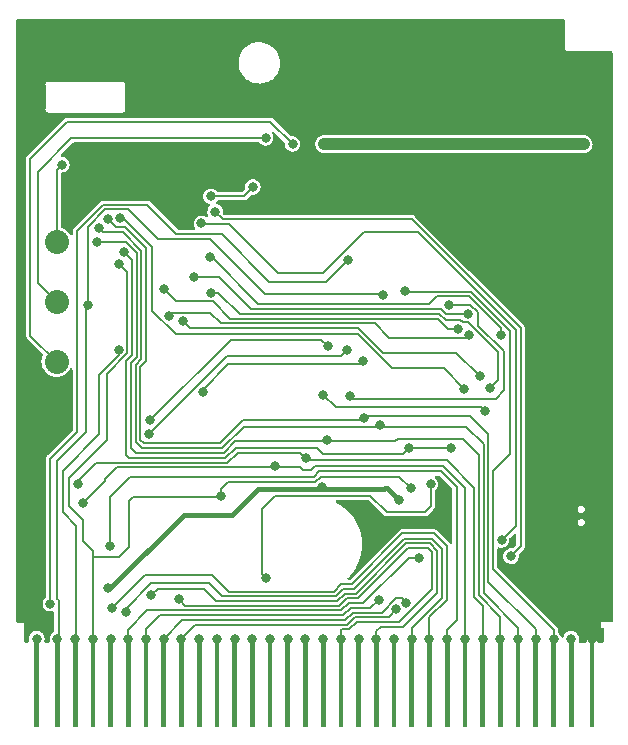
<source format=gbr>
G04 #@! TF.GenerationSoftware,KiCad,Pcbnew,(6.0.8)*
G04 #@! TF.CreationDate,2022-12-27T12:07:26-05:00*
G04 #@! TF.ProjectId,mbc30flash,6d626333-3066-46c6-9173-682e6b696361,rev?*
G04 #@! TF.SameCoordinates,Original*
G04 #@! TF.FileFunction,Copper,L2,Bot*
G04 #@! TF.FilePolarity,Positive*
%FSLAX46Y46*%
G04 Gerber Fmt 4.6, Leading zero omitted, Abs format (unit mm)*
G04 Created by KiCad (PCBNEW (6.0.8)) date 2022-12-27 12:07:26*
%MOMM*%
%LPD*%
G01*
G04 APERTURE LIST*
G04 #@! TA.AperFunction,ComponentPad*
%ADD10C,0.800000*%
G04 #@! TD*
G04 #@! TA.AperFunction,SMDPad,CuDef*
%ADD11C,2.032000*%
G04 #@! TD*
G04 #@! TA.AperFunction,ViaPad*
%ADD12C,0.800000*%
G04 #@! TD*
G04 #@! TA.AperFunction,ViaPad*
%ADD13C,2.050000*%
G04 #@! TD*
G04 #@! TA.AperFunction,Conductor*
%ADD14C,0.200000*%
G04 #@! TD*
G04 #@! TA.AperFunction,Conductor*
%ADD15C,1.000000*%
G04 #@! TD*
G04 #@! TA.AperFunction,Conductor*
%ADD16C,0.400000*%
G04 #@! TD*
G04 APERTURE END LIST*
G36*
X104856200Y-130009000D02*
G01*
X104456200Y-130009000D01*
X104456200Y-122809000D01*
X104856200Y-122809000D01*
X104856200Y-130009000D01*
G37*
G36*
X83856200Y-130009000D02*
G01*
X83456200Y-130009000D01*
X83456200Y-122809000D01*
X83856200Y-122809000D01*
X83856200Y-130009000D01*
G37*
G36*
X100356200Y-130009000D02*
G01*
X99956200Y-130009000D01*
X99956200Y-122809000D01*
X100356200Y-122809000D01*
X100356200Y-130009000D01*
G37*
G36*
X112356200Y-130009000D02*
G01*
X111956200Y-130009000D01*
X111956200Y-122809000D01*
X112356200Y-122809000D01*
X112356200Y-130009000D01*
G37*
G36*
X82356200Y-130009000D02*
G01*
X81956200Y-130009000D01*
X81956200Y-122809000D01*
X82356200Y-122809000D01*
X82356200Y-130009000D01*
G37*
G36*
X68856200Y-130009000D02*
G01*
X68456200Y-130009000D01*
X68456200Y-122809000D01*
X68856200Y-122809000D01*
X68856200Y-130009000D01*
G37*
G36*
X95856200Y-130009000D02*
G01*
X95456200Y-130009000D01*
X95456200Y-122809000D01*
X95856200Y-122809000D01*
X95856200Y-130009000D01*
G37*
G36*
X85356200Y-130009000D02*
G01*
X84956200Y-130009000D01*
X84956200Y-122809000D01*
X85356200Y-122809000D01*
X85356200Y-130009000D01*
G37*
G36*
X76356200Y-130009000D02*
G01*
X75956200Y-130009000D01*
X75956200Y-122809000D01*
X76356200Y-122809000D01*
X76356200Y-130009000D01*
G37*
G36*
X74856200Y-130009000D02*
G01*
X74456200Y-130009000D01*
X74456200Y-122809000D01*
X74856200Y-122809000D01*
X74856200Y-130009000D01*
G37*
G36*
X67106200Y-130009000D02*
G01*
X66706200Y-130009000D01*
X66706200Y-122809000D01*
X67106200Y-122809000D01*
X67106200Y-130009000D01*
G37*
G36*
X103356200Y-130009000D02*
G01*
X102956200Y-130009000D01*
X102956200Y-122809000D01*
X103356200Y-122809000D01*
X103356200Y-130009000D01*
G37*
G36*
X89856200Y-130009000D02*
G01*
X89456200Y-130009000D01*
X89456200Y-122809000D01*
X89856200Y-122809000D01*
X89856200Y-130009000D01*
G37*
G36*
X71856200Y-130009000D02*
G01*
X71456200Y-130009000D01*
X71456200Y-122809000D01*
X71856200Y-122809000D01*
X71856200Y-130009000D01*
G37*
G36*
X79356200Y-130009000D02*
G01*
X78956200Y-130009000D01*
X78956200Y-122809000D01*
X79356200Y-122809000D01*
X79356200Y-130009000D01*
G37*
G36*
X109356200Y-130009000D02*
G01*
X108956200Y-130009000D01*
X108956200Y-122809000D01*
X109356200Y-122809000D01*
X109356200Y-130009000D01*
G37*
G36*
X86856200Y-130009000D02*
G01*
X86456200Y-130009000D01*
X86456200Y-122809000D01*
X86856200Y-122809000D01*
X86856200Y-130009000D01*
G37*
G36*
X80856200Y-130009000D02*
G01*
X80456200Y-130009000D01*
X80456200Y-122809000D01*
X80856200Y-122809000D01*
X80856200Y-130009000D01*
G37*
G36*
X107856200Y-130009000D02*
G01*
X107456200Y-130009000D01*
X107456200Y-122809000D01*
X107856200Y-122809000D01*
X107856200Y-130009000D01*
G37*
G36*
X110856200Y-130009000D02*
G01*
X110456200Y-130009000D01*
X110456200Y-122809000D01*
X110856200Y-122809000D01*
X110856200Y-130009000D01*
G37*
G36*
X77856200Y-130009000D02*
G01*
X77456200Y-130009000D01*
X77456200Y-122809000D01*
X77856200Y-122809000D01*
X77856200Y-130009000D01*
G37*
G36*
X106356200Y-130009000D02*
G01*
X105956200Y-130009000D01*
X105956200Y-122809000D01*
X106356200Y-122809000D01*
X106356200Y-130009000D01*
G37*
G36*
X88356200Y-130009000D02*
G01*
X87956200Y-130009000D01*
X87956200Y-122809000D01*
X88356200Y-122809000D01*
X88356200Y-130009000D01*
G37*
G36*
X73356200Y-130009000D02*
G01*
X72956200Y-130009000D01*
X72956200Y-122809000D01*
X73356200Y-122809000D01*
X73356200Y-130009000D01*
G37*
G36*
X91356200Y-130009000D02*
G01*
X90956200Y-130009000D01*
X90956200Y-122809000D01*
X91356200Y-122809000D01*
X91356200Y-130009000D01*
G37*
G36*
X70356200Y-130009000D02*
G01*
X69956200Y-130009000D01*
X69956200Y-122809000D01*
X70356200Y-122809000D01*
X70356200Y-130009000D01*
G37*
G36*
X101856200Y-130009000D02*
G01*
X101456200Y-130009000D01*
X101456200Y-122809000D01*
X101856200Y-122809000D01*
X101856200Y-130009000D01*
G37*
G36*
X97356200Y-130009000D02*
G01*
X96956200Y-130009000D01*
X96956200Y-122809000D01*
X97356200Y-122809000D01*
X97356200Y-130009000D01*
G37*
G36*
X92856200Y-130009000D02*
G01*
X92456200Y-130009000D01*
X92456200Y-122809000D01*
X92856200Y-122809000D01*
X92856200Y-130009000D01*
G37*
G36*
X114106200Y-130009000D02*
G01*
X113706200Y-130009000D01*
X113706200Y-122809000D01*
X114106200Y-122809000D01*
X114106200Y-130009000D01*
G37*
G36*
X98856200Y-130009000D02*
G01*
X98456200Y-130009000D01*
X98456200Y-122809000D01*
X98856200Y-122809000D01*
X98856200Y-130009000D01*
G37*
G36*
X94356200Y-130009000D02*
G01*
X93956200Y-130009000D01*
X93956200Y-122809000D01*
X94356200Y-122809000D01*
X94356200Y-130009000D01*
G37*
D10*
X66906200Y-122509000D03*
X68656200Y-122509000D03*
X70156200Y-122509000D03*
X71656200Y-122509000D03*
X73156200Y-122509000D03*
X74656200Y-122509000D03*
X76156200Y-122509000D03*
X77656200Y-122509000D03*
X79156200Y-122509000D03*
X80656200Y-122509000D03*
X82156200Y-122509000D03*
X83656200Y-122509000D03*
X85156200Y-122509000D03*
X86656200Y-122509000D03*
X88156200Y-122509000D03*
X89656200Y-122509000D03*
X91156200Y-122509000D03*
X92656200Y-122509000D03*
X94156200Y-122509000D03*
X95656200Y-122509000D03*
X97156200Y-122509000D03*
X98656200Y-122509000D03*
X100156200Y-122509000D03*
X101656200Y-122509000D03*
X103156200Y-122509000D03*
X104656200Y-122509000D03*
X106156200Y-122509000D03*
X107656200Y-122509000D03*
X109156200Y-122509000D03*
X110656200Y-122509000D03*
X112156200Y-122509000D03*
X113906200Y-122509000D03*
D11*
X68580000Y-93980000D03*
X68580000Y-88900000D03*
X68580000Y-104140000D03*
X68580000Y-99060000D03*
D12*
X101575000Y-110625000D03*
X113900000Y-117075000D03*
X111250000Y-103950000D03*
X99750000Y-112750000D03*
X66250000Y-77330000D03*
X112600000Y-91125000D03*
X65929100Y-104360900D03*
D13*
X113250000Y-119375000D03*
D12*
X86285000Y-80115000D03*
X113210000Y-80634800D03*
X91240000Y-80634800D03*
X88565200Y-80634800D03*
X91059553Y-109682382D03*
X97600000Y-110800000D03*
X72950000Y-118220000D03*
X69030000Y-82380000D03*
X78925800Y-119180000D03*
X76507700Y-104021900D03*
X91550000Y-97750000D03*
X93200000Y-98050000D03*
X76374900Y-105193400D03*
X94500000Y-99000000D03*
X80949100Y-101620000D03*
X97355160Y-120034084D03*
X98200000Y-119500000D03*
X95850000Y-119200000D03*
X99250000Y-115650000D03*
X74460000Y-120220000D03*
X73250000Y-119870000D03*
X73104200Y-114658500D03*
X70820300Y-111060000D03*
X87050000Y-107900000D03*
X70363500Y-109450000D03*
X89670548Y-107247848D03*
X91500000Y-105700000D03*
X71980200Y-88924900D03*
X72205900Y-87715100D03*
X95950000Y-104450000D03*
X94650000Y-103850500D03*
X72950900Y-86957600D03*
X93400000Y-102000000D03*
X101814700Y-94215900D03*
X73886300Y-90785800D03*
X82528300Y-110450000D03*
X98550000Y-109750000D03*
X100250000Y-109450000D03*
X91150000Y-101850000D03*
X104875000Y-103225000D03*
X86340000Y-117340000D03*
X73856400Y-98053200D03*
X96200000Y-93400000D03*
X71261600Y-94252200D03*
X68050000Y-119550000D03*
X93244622Y-90444622D03*
X73970100Y-86872000D03*
X103100000Y-101350000D03*
X76561200Y-118844400D03*
X101950000Y-106400000D03*
X98450000Y-106400000D03*
X74328800Y-89806300D03*
X98050000Y-93050000D03*
X85190000Y-84280000D03*
X81650000Y-85050000D03*
X103529800Y-96817400D03*
X78120000Y-95196800D03*
X104450000Y-100300000D03*
X79246500Y-95602900D03*
X102570600Y-96331300D03*
X77666300Y-92922700D03*
X103416000Y-95005000D03*
X80250000Y-91900000D03*
X105250000Y-101300000D03*
X81650000Y-93200000D03*
X106214900Y-96803100D03*
X81550000Y-90200000D03*
X107050000Y-115525000D03*
X82000800Y-86350000D03*
X80850000Y-87350000D03*
X106263100Y-114152200D03*
D14*
X99750000Y-112750000D02*
X100350000Y-112750000D01*
X66150000Y-104140000D02*
X68580000Y-104140000D01*
X65929100Y-104360900D02*
X66150000Y-104140000D01*
X101575000Y-111525000D02*
X101575000Y-110625000D01*
X100350000Y-112750000D02*
X101575000Y-111525000D01*
X66980000Y-92380000D02*
X68580000Y-93980000D01*
X66980000Y-82980000D02*
X66980000Y-92380000D01*
X69845000Y-80115000D02*
X66980000Y-82980000D01*
X86285000Y-80115000D02*
X69845000Y-80115000D01*
D15*
X113210000Y-80634800D02*
X91240000Y-80634800D01*
D14*
X69490000Y-78760000D02*
X66360000Y-81890000D01*
X66360000Y-81890000D02*
X66360000Y-96840000D01*
X86690400Y-78760000D02*
X69490000Y-78760000D01*
X88565200Y-80634800D02*
X86690400Y-78760000D01*
X66360000Y-96840000D02*
X68580000Y-99060000D01*
D16*
X96300000Y-109800000D02*
X96350000Y-109750000D01*
X73120000Y-118220000D02*
X79340000Y-112000000D01*
X96550000Y-109750000D02*
X97600000Y-110800000D01*
X72950000Y-118220000D02*
X73120000Y-118220000D01*
X79340000Y-112000000D02*
X83450000Y-112000000D01*
X83450000Y-112000000D02*
X85650000Y-109800000D01*
X96350000Y-109750000D02*
X96550000Y-109750000D01*
X85650000Y-109800000D02*
X96300000Y-109800000D01*
D14*
X68580000Y-82830000D02*
X68580000Y-88900000D01*
X69030000Y-82380000D02*
X68580000Y-82830000D01*
X92531263Y-119722300D02*
X93153563Y-119100000D01*
X97589950Y-121100000D02*
X93981991Y-121100000D01*
X100350000Y-115181372D02*
X100350000Y-118339950D01*
X100018628Y-114850000D02*
X100350000Y-115181372D01*
X94100000Y-119100000D02*
X98350000Y-114850000D01*
X100350000Y-118339950D02*
X97589950Y-121100000D01*
X92656200Y-121793800D02*
X92656200Y-122509000D01*
X93981991Y-121100000D02*
X93359691Y-121722300D01*
X93153563Y-119100000D02*
X94100000Y-119100000D01*
X93359691Y-121722300D02*
X92727700Y-121722300D01*
X92727700Y-121722300D02*
X92656200Y-121793800D01*
X79468100Y-119722300D02*
X92531263Y-119722300D01*
X78925800Y-119180000D02*
X79468100Y-119722300D01*
X98350000Y-114850000D02*
X100018628Y-114850000D01*
X91550000Y-97750000D02*
X91000000Y-97200000D01*
X83329600Y-97200000D02*
X76507700Y-104021900D01*
X91000000Y-97200000D02*
X83329600Y-97200000D01*
X83018300Y-98550000D02*
X76374900Y-105193400D01*
X92700000Y-98550000D02*
X83018300Y-98550000D01*
X93200000Y-98050000D02*
X92700000Y-98550000D01*
X94250000Y-99250000D02*
X83138400Y-99250000D01*
X94500000Y-99000000D02*
X94250000Y-99250000D01*
X83138400Y-99250000D02*
X80949100Y-101439300D01*
X80949100Y-101439300D02*
X80949100Y-101620000D01*
X80342900Y-121322300D02*
X79156200Y-122509000D01*
X93816306Y-120700000D02*
X93194006Y-121322300D01*
X93194006Y-121322300D02*
X80342900Y-121322300D01*
X96689244Y-120700000D02*
X93816306Y-120700000D01*
X97355160Y-120034084D02*
X96689244Y-120700000D01*
X98200000Y-119500000D02*
X97800000Y-119100000D01*
X97800000Y-119100000D02*
X97300000Y-119100000D01*
X97300000Y-119100000D02*
X96100000Y-120300000D01*
X93028321Y-120922300D02*
X79242900Y-120922300D01*
X79242900Y-120922300D02*
X77656200Y-122509000D01*
X93650621Y-120300000D02*
X93028321Y-120922300D01*
X96100000Y-120300000D02*
X93650621Y-120300000D01*
X95150000Y-119900000D02*
X93484935Y-119900000D01*
X93484935Y-119900000D02*
X92862635Y-120522300D01*
X95850000Y-119200000D02*
X95150000Y-119900000D01*
X77327700Y-120522300D02*
X76156200Y-121693800D01*
X76156200Y-121693800D02*
X76156200Y-122509000D01*
X92862635Y-120522300D02*
X77327700Y-120522300D01*
X94550000Y-119500000D02*
X93319249Y-119500000D01*
X92696949Y-120122300D02*
X76277700Y-120122300D01*
X98400000Y-115650000D02*
X94550000Y-119500000D01*
X93319249Y-119500000D02*
X92696949Y-120122300D01*
X99250000Y-115650000D02*
X98400000Y-115650000D01*
X76277700Y-120122300D02*
X74656200Y-121743800D01*
X74656200Y-121743800D02*
X74656200Y-122509000D01*
X97984314Y-114050000D02*
X100350000Y-114050000D01*
X98656200Y-121643800D02*
X98656200Y-122509000D01*
X93734314Y-118300000D02*
X97984314Y-114050000D01*
X92822192Y-118300000D02*
X93734314Y-118300000D01*
X74460000Y-120220000D02*
X74460000Y-119955650D01*
X100350000Y-114050000D02*
X101200000Y-114900000D01*
X92199891Y-118922300D02*
X92822192Y-118300000D01*
X101200000Y-119100000D02*
X98656200Y-121643800D01*
X81483300Y-117833300D02*
X82572300Y-118922300D01*
X82572300Y-118922300D02*
X92199891Y-118922300D01*
X76582350Y-117833300D02*
X81483300Y-117833300D01*
X101200000Y-114900000D02*
X101200000Y-119100000D01*
X74460000Y-119955650D02*
X76582350Y-117833300D01*
X81783300Y-117133300D02*
X83172300Y-118522300D01*
X76035150Y-117133300D02*
X81783300Y-117133300D01*
X73250000Y-119870000D02*
X73298450Y-119870000D01*
X101600000Y-114650000D02*
X101600000Y-119265686D01*
X92656507Y-117900000D02*
X93568629Y-117900000D01*
X100550000Y-113600000D02*
X101600000Y-114650000D01*
X92034206Y-118522300D02*
X92656507Y-117900000D01*
X101600000Y-119265686D02*
X100156200Y-120709486D01*
X97868629Y-113600000D02*
X100550000Y-113600000D01*
X83172300Y-118522300D02*
X92034206Y-118522300D01*
X100156200Y-120709486D02*
X100156200Y-122509000D01*
X93568629Y-117900000D02*
X97868629Y-113600000D01*
X73298450Y-119870000D02*
X76035150Y-117133300D01*
X102450000Y-120950000D02*
X101656200Y-121743800D01*
X101150000Y-108350000D02*
X102450000Y-109650000D01*
X73104200Y-114658500D02*
X73104200Y-110555800D01*
X73104200Y-110555800D02*
X74840000Y-108820000D01*
X101656200Y-121743800D02*
X101656200Y-122509000D01*
X74840000Y-108820000D02*
X90367006Y-108820000D01*
X90837006Y-108350000D02*
X101150000Y-108350000D01*
X102450000Y-109650000D02*
X102450000Y-120950000D01*
X90367006Y-108820000D02*
X90837006Y-108350000D01*
X103156200Y-109756200D02*
X103156200Y-122509000D01*
X90100000Y-108250000D02*
X90450000Y-107900000D01*
X90450000Y-107900000D02*
X101300000Y-107900000D01*
X89215685Y-108015685D02*
X89450000Y-108250000D01*
X89450000Y-108250000D02*
X90100000Y-108250000D01*
X73718629Y-108015685D02*
X89215685Y-108015685D01*
X72704200Y-109176100D02*
X72704200Y-109030114D01*
X72704200Y-109030114D02*
X73718629Y-108015685D01*
X70820300Y-111060000D02*
X72704200Y-109176100D01*
X101300000Y-107900000D02*
X103156200Y-109756200D01*
X89172700Y-106750000D02*
X89670548Y-107247848D01*
X103944800Y-109744800D02*
X103944800Y-118994656D01*
X70363500Y-109450000D02*
X70363500Y-109186500D01*
X71934315Y-107615685D02*
X83047057Y-107615685D01*
X70363500Y-109186500D02*
X71934315Y-107615685D01*
X89670548Y-107247848D02*
X89822700Y-107400000D01*
X101600000Y-107400000D02*
X103944800Y-109744800D01*
X104656200Y-119706057D02*
X104656200Y-122509000D01*
X89822700Y-107400000D02*
X101600000Y-107400000D01*
X83047057Y-107615685D02*
X83912742Y-106750000D01*
X83912742Y-106750000D02*
X89172700Y-106750000D01*
X103944800Y-118994656D02*
X104656200Y-119706057D01*
X74874300Y-99157900D02*
X75357300Y-98674900D01*
X91500000Y-105700000D02*
X91400000Y-105800000D01*
X91600000Y-105800000D02*
X97260050Y-105800000D01*
X75325863Y-106775863D02*
X74874300Y-106324300D01*
X106156200Y-120640372D02*
X106156200Y-122509000D01*
X91400000Y-105800000D02*
X83731370Y-105800000D01*
X75357300Y-89844200D02*
X74438000Y-88924900D01*
X74874300Y-106324300D02*
X74874300Y-99157900D01*
X104344800Y-118828971D02*
X106156200Y-120640372D01*
X104344800Y-106944800D02*
X104344800Y-118828971D01*
X82755507Y-106775863D02*
X75325863Y-106775863D01*
X91500000Y-105700000D02*
X91600000Y-105800000D01*
X97260050Y-105800000D02*
X97460050Y-105600000D01*
X74438000Y-88924900D02*
X71980200Y-88924900D01*
X97460050Y-105600000D02*
X103000000Y-105600000D01*
X83731370Y-105800000D02*
X82755507Y-106775863D01*
X75357300Y-98674900D02*
X75357300Y-89844200D01*
X103000000Y-105600000D02*
X104344800Y-106944800D01*
X95850000Y-104550000D02*
X84415685Y-104550000D01*
X75757600Y-98840700D02*
X75757600Y-89644000D01*
X72548100Y-88057300D02*
X72205900Y-87715100D01*
X75274300Y-105859886D02*
X75274300Y-99324000D01*
X75274300Y-99324000D02*
X75757600Y-98840700D01*
X104744800Y-118663286D02*
X107656200Y-121574686D01*
X95950000Y-104450000D02*
X95850000Y-104550000D01*
X74170900Y-88057300D02*
X72548100Y-88057300D01*
X104744800Y-106019800D02*
X104744800Y-118663286D01*
X75757600Y-89644000D02*
X74170900Y-88057300D01*
X103275000Y-104550000D02*
X104744800Y-106019800D01*
X82589822Y-106375863D02*
X75790277Y-106375863D01*
X84415685Y-104550000D02*
X82589822Y-106375863D01*
X96050000Y-104550000D02*
X103275000Y-104550000D01*
X95950000Y-104450000D02*
X96050000Y-104550000D01*
X75790277Y-106375863D02*
X75274300Y-105859886D01*
X107656200Y-121574686D02*
X107656200Y-122509000D01*
X109156200Y-121706200D02*
X109156200Y-122509000D01*
X94650000Y-103850500D02*
X94850500Y-103650000D01*
X74345700Y-87631600D02*
X73624900Y-87631600D01*
X84400000Y-104000000D02*
X82424137Y-105975863D01*
X75674600Y-105694500D02*
X75674600Y-99489800D01*
X105144800Y-105219800D02*
X105144800Y-117694800D01*
X105144800Y-117694800D02*
X109156200Y-121706200D01*
X94500500Y-104000000D02*
X84400000Y-104000000D01*
X73624900Y-87631600D02*
X72950900Y-86957600D01*
X94650000Y-103850500D02*
X94500500Y-104000000D01*
X75674600Y-99489800D02*
X76157900Y-99006500D01*
X75955963Y-105975863D02*
X75674600Y-105694500D01*
X76157900Y-89443800D02*
X74345700Y-87631600D01*
X82424137Y-105975863D02*
X75955963Y-105975863D01*
X94850500Y-103650000D02*
X103575000Y-103650000D01*
X76157900Y-99006500D02*
X76157900Y-89443800D01*
X103575000Y-103650000D02*
X105144800Y-105219800D01*
X106454900Y-101495100D02*
X106454900Y-98185800D01*
X93400000Y-101999500D02*
X93600500Y-102200000D01*
X103627700Y-94215900D02*
X101814700Y-94215900D01*
X105750000Y-102200000D02*
X106454900Y-101495100D01*
X93600500Y-102200000D02*
X105750000Y-102200000D01*
X106454900Y-98185800D02*
X104270400Y-96001300D01*
X104270300Y-95316700D02*
X104270300Y-94858500D01*
X104270400Y-96001300D02*
X104270400Y-95316700D01*
X104270300Y-94858500D02*
X103627700Y-94215900D01*
X104270400Y-95316700D02*
X104270300Y-95316700D01*
X82528300Y-109821700D02*
X82528300Y-110450000D01*
X73850000Y-115600000D02*
X74700000Y-114750000D01*
X71650000Y-122502800D02*
X71650000Y-115600000D01*
X90491491Y-109261200D02*
X83088800Y-109261200D01*
X74556700Y-98343300D02*
X72810000Y-100090000D01*
X69600000Y-108900000D02*
X69600000Y-111250000D01*
X70850000Y-114250000D02*
X71650000Y-115050000D01*
X73886300Y-90785800D02*
X74556700Y-91456200D01*
X82467519Y-110510781D02*
X82528300Y-110450000D01*
X71656200Y-122509000D02*
X71650000Y-122502800D01*
X74700000Y-110850000D02*
X75039219Y-110510781D01*
X83088800Y-109261200D02*
X82528300Y-109821700D01*
X71650000Y-115050000D02*
X71650000Y-115550000D01*
X70850000Y-112500000D02*
X70850000Y-114250000D01*
X71650000Y-115600000D02*
X73850000Y-115600000D01*
X74700000Y-114750000D02*
X74700000Y-110850000D01*
X90952691Y-108800000D02*
X90491491Y-109261200D01*
X72810000Y-105690000D02*
X69600000Y-108900000D01*
X74556700Y-91456200D02*
X74556700Y-98343300D01*
X98550000Y-109750000D02*
X97600000Y-108800000D01*
X75039219Y-110510781D02*
X82467519Y-110510781D01*
X72810000Y-100090000D02*
X72810000Y-105690000D01*
X97600000Y-108800000D02*
X90952691Y-108800000D01*
X69600000Y-111250000D02*
X70850000Y-112500000D01*
X86340000Y-117340000D02*
X86000000Y-117000000D01*
X95150000Y-110400000D02*
X96550000Y-111800000D01*
X87100000Y-110400000D02*
X95150000Y-110400000D01*
X86000000Y-111500000D02*
X87100000Y-110400000D01*
X99750000Y-111800000D02*
X100250000Y-111300000D01*
X92200000Y-102900000D02*
X91150000Y-101850000D01*
X100250000Y-111300000D02*
X100250000Y-109450000D01*
X86000000Y-117000000D02*
X86000000Y-111500000D01*
X104550000Y-102900000D02*
X92200000Y-102900000D01*
X96550000Y-111800000D02*
X99750000Y-111800000D01*
X104875000Y-103225000D02*
X104550000Y-102900000D01*
X69110000Y-108270000D02*
X69110000Y-111810000D01*
X73856400Y-98477914D02*
X72170000Y-100164314D01*
X72170000Y-100164314D02*
X72170000Y-105210000D01*
X70250000Y-122415200D02*
X70156200Y-122509000D01*
X72170000Y-105210000D02*
X69110000Y-108270000D01*
X69110000Y-111810000D02*
X70250000Y-112950000D01*
X70250000Y-112950000D02*
X70250000Y-122415200D01*
X73856400Y-98053200D02*
X73856400Y-98477914D01*
X71261600Y-87612200D02*
X71261600Y-94252200D01*
X72704300Y-86169500D02*
X71261600Y-87612200D01*
X71110000Y-94403800D02*
X71110000Y-104990000D01*
X77139300Y-88650800D02*
X74658000Y-86169500D01*
X68640000Y-107460000D02*
X68640000Y-119150050D01*
X71261600Y-94252200D02*
X71110000Y-94403800D01*
X68750000Y-122415200D02*
X68656200Y-122509000D01*
X96131800Y-93331800D02*
X86231800Y-93331800D01*
X68640000Y-119150050D02*
X68750000Y-119260050D01*
X68750000Y-119260050D02*
X68750000Y-122415200D01*
X86231800Y-93331800D02*
X81550800Y-88650800D01*
X96200000Y-93400000D02*
X96131800Y-93331800D01*
X74658000Y-86169500D02*
X72704300Y-86169500D01*
X71110000Y-104990000D02*
X68640000Y-107460000D01*
X81550800Y-88650800D02*
X77139300Y-88650800D01*
X68050000Y-107260000D02*
X68050000Y-119550000D01*
X72533000Y-85769100D02*
X70290000Y-88012100D01*
X91389244Y-92300000D02*
X86600000Y-92300000D01*
X82550400Y-88250400D02*
X78718400Y-88250400D01*
X70290000Y-88012100D02*
X70290000Y-105020000D01*
X70290000Y-105020000D02*
X68050000Y-107260000D01*
X78718400Y-88250400D02*
X76237100Y-85769100D01*
X76237100Y-85769100D02*
X72533000Y-85769100D01*
X93244622Y-90444622D02*
X91389244Y-92300000D01*
X86600000Y-92300000D02*
X82550400Y-88250400D01*
X103100000Y-101350000D02*
X101373500Y-99623500D01*
X76656600Y-94754300D02*
X76656600Y-89338700D01*
X74189900Y-86872000D02*
X73970100Y-86872000D01*
X76656600Y-89338700D02*
X74189900Y-86872000D01*
X78652300Y-96750000D02*
X76656600Y-94754300D01*
X94067000Y-96750000D02*
X78652300Y-96750000D01*
X96940500Y-99623500D02*
X94067000Y-96750000D01*
X101373500Y-99623500D02*
X96940500Y-99623500D01*
X95656200Y-121893800D02*
X96050000Y-121500000D01*
X97950000Y-121500000D02*
X100800000Y-118650000D01*
X81025600Y-118275600D02*
X77130000Y-118275600D01*
X95656200Y-122509000D02*
X95656200Y-121893800D01*
X100800000Y-115065686D02*
X100184314Y-114450000D01*
X82072300Y-119322300D02*
X81025600Y-118275600D01*
X100184314Y-114450000D02*
X98150000Y-114450000D01*
X92987877Y-118700000D02*
X92365577Y-119322300D01*
X96050000Y-121500000D02*
X97950000Y-121500000D01*
X98150000Y-114450000D02*
X93900000Y-118700000D01*
X77130000Y-118275600D02*
X76561200Y-118844400D01*
X100800000Y-118650000D02*
X100800000Y-115065686D01*
X93900000Y-118700000D02*
X92987877Y-118700000D01*
X92365577Y-119322300D02*
X82072300Y-119322300D01*
X74473700Y-98992400D02*
X74957000Y-98509100D01*
X90600000Y-106350000D02*
X83747056Y-106350000D01*
X74957000Y-98509100D02*
X74957000Y-90434500D01*
X98450000Y-106400000D02*
X101950000Y-106400000D01*
X91150000Y-106900000D02*
X90600000Y-106350000D01*
X74957000Y-90434500D02*
X74328800Y-89806300D01*
X97950000Y-106900000D02*
X91150000Y-106900000D01*
X98450000Y-106400000D02*
X97950000Y-106900000D01*
X74708614Y-107215685D02*
X74473700Y-106980771D01*
X82881371Y-107215685D02*
X74708614Y-107215685D01*
X83747056Y-106350000D02*
X82881371Y-107215685D01*
X74473700Y-106980771D02*
X74473700Y-98992400D01*
X105544800Y-108280200D02*
X105544800Y-116644800D01*
X98115300Y-93115300D02*
X103659300Y-93115300D01*
X106989800Y-96445800D02*
X106989800Y-106835200D01*
X98050000Y-93050000D02*
X98115300Y-93115300D01*
X105544800Y-116644800D02*
X110656200Y-121756200D01*
X103659300Y-93115300D02*
X106989800Y-96445800D01*
X110656200Y-121756200D02*
X110656200Y-122509000D01*
X106989800Y-106835200D02*
X105544800Y-108280200D01*
X85190000Y-84280000D02*
X84420000Y-85050000D01*
X84420000Y-85050000D02*
X81650000Y-85050000D01*
X96765400Y-97031600D02*
X103315600Y-97031600D01*
X81613700Y-94895500D02*
X82521600Y-95803400D01*
X78421300Y-94895500D02*
X81613700Y-94895500D01*
X103315600Y-97031600D02*
X103529800Y-96817400D01*
X78120000Y-95196800D02*
X78421300Y-94895500D01*
X95537200Y-95803400D02*
X96765400Y-97031600D01*
X82521600Y-95803400D02*
X95537200Y-95803400D01*
X96188286Y-98305600D02*
X94086086Y-96203400D01*
X104450000Y-100300000D02*
X104400000Y-100300000D01*
X79847000Y-96203400D02*
X79246500Y-95602900D01*
X102405600Y-98305600D02*
X96188286Y-98305600D01*
X94086086Y-96203400D02*
X79847000Y-96203400D01*
X104400000Y-100300000D02*
X102405600Y-98305600D01*
X101764200Y-96331300D02*
X102570600Y-96331300D01*
X78693600Y-93950000D02*
X81800000Y-93950000D01*
X81800000Y-93950000D02*
X83253100Y-95403100D01*
X77666300Y-92922700D02*
X78693600Y-93950000D01*
X83253100Y-95403100D02*
X100836000Y-95403100D01*
X100836000Y-95403100D02*
X101764200Y-96331300D01*
X80250000Y-91900000D02*
X82300000Y-91900000D01*
X82300000Y-91900000D02*
X85002500Y-94602500D01*
X85002500Y-94602500D02*
X101167600Y-94602500D01*
X101167600Y-94602500D02*
X101570100Y-95005000D01*
X101570100Y-95005000D02*
X103416000Y-95005000D01*
X105950000Y-100600000D02*
X105950000Y-98247000D01*
X103420000Y-95717000D02*
X102967300Y-95717000D01*
X105950000Y-98247000D02*
X103420000Y-95717000D01*
X105250000Y-101300000D02*
X105950000Y-100600000D01*
X84081700Y-95002800D02*
X82278900Y-93200000D01*
X101515700Y-95516700D02*
X101001800Y-95002800D01*
X102767000Y-95516700D02*
X101515700Y-95516700D01*
X102967300Y-95717000D02*
X102767000Y-95516700D01*
X82278900Y-93200000D02*
X81650000Y-93200000D01*
X101001800Y-95002800D02*
X84081700Y-95002800D01*
X100784400Y-93515600D02*
X103493500Y-93515600D01*
X103493500Y-93515600D02*
X106214900Y-96237000D01*
X85650000Y-94150000D02*
X100150000Y-94150000D01*
X81700000Y-90200000D02*
X85650000Y-94150000D01*
X100150000Y-94150000D02*
X100784400Y-93515600D01*
X81550000Y-90200000D02*
X81700000Y-90200000D01*
X106214900Y-96237000D02*
X106214900Y-96803100D01*
X82656600Y-87005800D02*
X82000800Y-86350000D01*
X107050000Y-115525000D02*
X107872500Y-114702500D01*
X98676200Y-87000000D02*
X83510686Y-87000000D01*
X83504885Y-87005800D02*
X82656600Y-87005800D01*
X83510686Y-87000000D02*
X83504885Y-87005800D01*
X107872500Y-96196300D02*
X98676200Y-87000000D01*
X107872500Y-114702500D02*
X107872500Y-96196300D01*
X87300000Y-91550000D02*
X91150000Y-91550000D01*
X80905800Y-87405800D02*
X83155800Y-87405800D01*
X91150000Y-91550000D02*
X94600000Y-88100000D01*
X94600000Y-88100000D02*
X99210100Y-88100000D01*
X83155800Y-87405800D02*
X87300000Y-91550000D01*
X99210100Y-88100000D02*
X107463400Y-96353300D01*
X107463400Y-96353300D02*
X107463400Y-112951900D01*
X107463400Y-112951900D02*
X106263100Y-114152200D01*
X80850000Y-87350000D02*
X80905800Y-87405800D01*
G04 #@! TA.AperFunction,Conductor*
G36*
X111543841Y-70076502D02*
G01*
X111590334Y-70130158D01*
X111601720Y-70182500D01*
X111601720Y-72464524D01*
X111599299Y-72489103D01*
X111596734Y-72502000D01*
X111601720Y-72527067D01*
X111616486Y-72601301D01*
X111672736Y-72685484D01*
X111756919Y-72741734D01*
X111856220Y-72761486D01*
X111869117Y-72758921D01*
X111893696Y-72756500D01*
X115525720Y-72756500D01*
X115593841Y-72776502D01*
X115640334Y-72830158D01*
X115651720Y-72882500D01*
X115651720Y-121006600D01*
X115631718Y-121074721D01*
X115578062Y-121121214D01*
X115525720Y-121132600D01*
X114670840Y-121132600D01*
X114670840Y-121650760D01*
X114767788Y-121600564D01*
X114837477Y-121587006D01*
X114903434Y-121613277D01*
X114944717Y-121671036D01*
X114951720Y-121712456D01*
X114951720Y-122708400D01*
X114931718Y-122776521D01*
X114878062Y-122823014D01*
X114825720Y-122834400D01*
X114474144Y-122834400D01*
X114406023Y-122814398D01*
X114359530Y-122760742D01*
X114350565Y-122732980D01*
X114348355Y-122721869D01*
X114348355Y-122721868D01*
X114345934Y-122709699D01*
X114289684Y-122625516D01*
X114205501Y-122569266D01*
X114131267Y-122554500D01*
X114118372Y-122551935D01*
X114106200Y-122549514D01*
X114093303Y-122552079D01*
X114068724Y-122554500D01*
X113743676Y-122554500D01*
X113719097Y-122552079D01*
X113706200Y-122549514D01*
X113694028Y-122551935D01*
X113681133Y-122554500D01*
X113606899Y-122569266D01*
X113522716Y-122625516D01*
X113515823Y-122635832D01*
X113489998Y-122674482D01*
X113466466Y-122709699D01*
X113464045Y-122721869D01*
X113464045Y-122721870D01*
X113461835Y-122732982D01*
X113428927Y-122795891D01*
X113367232Y-122831023D01*
X113338256Y-122834400D01*
X112914836Y-122834400D01*
X112846715Y-122814398D01*
X112800222Y-122760742D01*
X112790118Y-122690468D01*
X112791606Y-122683212D01*
X112793042Y-122679641D01*
X112796976Y-122652003D01*
X112814781Y-122526891D01*
X112814781Y-122526888D01*
X112815362Y-122522807D01*
X112815507Y-122509000D01*
X112796476Y-122351733D01*
X112740480Y-122203546D01*
X112650753Y-122072992D01*
X112644512Y-122067431D01*
X112611783Y-122038271D01*
X112532475Y-121967611D01*
X112525089Y-121963700D01*
X112459818Y-121929141D01*
X112392474Y-121893484D01*
X112238833Y-121854892D01*
X112231234Y-121854852D01*
X112231233Y-121854852D01*
X112165381Y-121854507D01*
X112080421Y-121854062D01*
X112073041Y-121855834D01*
X112073039Y-121855834D01*
X111933763Y-121889271D01*
X111933760Y-121889272D01*
X111926384Y-121891043D01*
X111785614Y-121963700D01*
X111666239Y-122067838D01*
X111575150Y-122197444D01*
X111572390Y-122204524D01*
X111572388Y-122204527D01*
X111523260Y-122330535D01*
X111479880Y-122386737D01*
X111413001Y-122410564D01*
X111343857Y-122394451D01*
X111294401Y-122343513D01*
X111288001Y-122329305D01*
X111243163Y-122210647D01*
X111240480Y-122203546D01*
X111150753Y-122072992D01*
X111144512Y-122067431D01*
X111067068Y-121998432D01*
X111052881Y-121985792D01*
X111015326Y-121925542D01*
X111010700Y-121891715D01*
X111010700Y-121807453D01*
X111012804Y-121787683D01*
X111013010Y-121783315D01*
X111015203Y-121773130D01*
X111011573Y-121742460D01*
X111011258Y-121737117D01*
X111011128Y-121737128D01*
X111010700Y-121731948D01*
X111010700Y-121726749D01*
X111009847Y-121721625D01*
X111009846Y-121721612D01*
X111007773Y-121709159D01*
X111006936Y-121703284D01*
X111002555Y-121666271D01*
X111001331Y-121655930D01*
X110997630Y-121648222D01*
X110996225Y-121639783D01*
X110973571Y-121597799D01*
X110970890Y-121592536D01*
X110960384Y-121570657D01*
X110950245Y-121549542D01*
X110946889Y-121545550D01*
X110944942Y-121543603D01*
X110943452Y-121541978D01*
X110943219Y-121541546D01*
X110943255Y-121541513D01*
X110943116Y-121541355D01*
X110940183Y-121535920D01*
X110928060Y-121524713D01*
X110903319Y-121501843D01*
X110899753Y-121498414D01*
X108423434Y-119022095D01*
X105936205Y-116534867D01*
X105902179Y-116472555D01*
X105899300Y-116445772D01*
X105899300Y-114896760D01*
X105919302Y-114828639D01*
X105972958Y-114782146D01*
X106043232Y-114772042D01*
X106057273Y-114774884D01*
X106166271Y-114803479D01*
X106166275Y-114803480D01*
X106173622Y-114805407D01*
X106257577Y-114806726D01*
X106324419Y-114807776D01*
X106324422Y-114807776D01*
X106332016Y-114807895D01*
X106486432Y-114772529D01*
X106556842Y-114737117D01*
X106621172Y-114704763D01*
X106621175Y-114704761D01*
X106627955Y-114701351D01*
X106633726Y-114696422D01*
X106633729Y-114696420D01*
X106742636Y-114603404D01*
X106742636Y-114603403D01*
X106748414Y-114598469D01*
X106840855Y-114469824D01*
X106899942Y-114322841D01*
X106913333Y-114228751D01*
X106921681Y-114170091D01*
X106921681Y-114170088D01*
X106922262Y-114166007D01*
X106922407Y-114152200D01*
X106921912Y-114148106D01*
X106921911Y-114148095D01*
X106912722Y-114072157D01*
X106924395Y-114002127D01*
X106948714Y-113967925D01*
X107302905Y-113613734D01*
X107365217Y-113579708D01*
X107436032Y-113584773D01*
X107492868Y-113627320D01*
X107517679Y-113693840D01*
X107518000Y-113702829D01*
X107518000Y-114503471D01*
X107497998Y-114571592D01*
X107481095Y-114592566D01*
X107237734Y-114835927D01*
X107175422Y-114869953D01*
X107135871Y-114871705D01*
X107132633Y-114870892D01*
X107125040Y-114870852D01*
X107125038Y-114870852D01*
X107054326Y-114870482D01*
X106974221Y-114870062D01*
X106966841Y-114871834D01*
X106966839Y-114871834D01*
X106827563Y-114905271D01*
X106827560Y-114905272D01*
X106820184Y-114907043D01*
X106679414Y-114979700D01*
X106560039Y-115083838D01*
X106468950Y-115213444D01*
X106456452Y-115245500D01*
X106417836Y-115344546D01*
X106411406Y-115361037D01*
X106390729Y-115518096D01*
X106396657Y-115571786D01*
X106406293Y-115659067D01*
X106408113Y-115675553D01*
X106410723Y-115682684D01*
X106410723Y-115682686D01*
X106414148Y-115692044D01*
X106462553Y-115824319D01*
X106466789Y-115830622D01*
X106466789Y-115830623D01*
X106544141Y-115945734D01*
X106550908Y-115955805D01*
X106556527Y-115960918D01*
X106556528Y-115960919D01*
X106644982Y-116041405D01*
X106668076Y-116062419D01*
X106807293Y-116138008D01*
X106960522Y-116178207D01*
X107044477Y-116179526D01*
X107111319Y-116180576D01*
X107111322Y-116180576D01*
X107118916Y-116180695D01*
X107273332Y-116145329D01*
X107391461Y-116085917D01*
X107408072Y-116077563D01*
X107408075Y-116077561D01*
X107414855Y-116074151D01*
X107420626Y-116069222D01*
X107420629Y-116069220D01*
X107529536Y-115976204D01*
X107529536Y-115976203D01*
X107535314Y-115971269D01*
X107627755Y-115842624D01*
X107686842Y-115695641D01*
X107693524Y-115648688D01*
X107708581Y-115542891D01*
X107708581Y-115542888D01*
X107709162Y-115538807D01*
X107709307Y-115525000D01*
X107708812Y-115520906D01*
X107708811Y-115520895D01*
X107699622Y-115444957D01*
X107711295Y-115374927D01*
X107735614Y-115340725D01*
X108086923Y-114989416D01*
X108102409Y-114976908D01*
X108105634Y-114973974D01*
X108114382Y-114968325D01*
X108133503Y-114944070D01*
X108137059Y-114940069D01*
X108136959Y-114939984D01*
X108140312Y-114936027D01*
X108143995Y-114932344D01*
X108148975Y-114925376D01*
X108154366Y-114917831D01*
X108157931Y-114913083D01*
X108180998Y-114883823D01*
X108180999Y-114883821D01*
X108187446Y-114875643D01*
X108190280Y-114867573D01*
X108195253Y-114860614D01*
X108200419Y-114843342D01*
X108208917Y-114814924D01*
X108210752Y-114809277D01*
X108223923Y-114771772D01*
X108226550Y-114764292D01*
X108227000Y-114759096D01*
X108227000Y-114756389D01*
X108227097Y-114754135D01*
X108227240Y-114753659D01*
X108227286Y-114753661D01*
X108227299Y-114753462D01*
X108229068Y-114747545D01*
X108227097Y-114697376D01*
X108227000Y-114692430D01*
X108227000Y-112670594D01*
X112701445Y-112670594D01*
X112702889Y-112700000D01*
X112707209Y-112729122D01*
X112714362Y-112757680D01*
X112715403Y-112760590D01*
X112715406Y-112760599D01*
X112723241Y-112782494D01*
X112724281Y-112785400D01*
X112725603Y-112788195D01*
X112733580Y-112805061D01*
X112736868Y-112812014D01*
X112752004Y-112837266D01*
X112769541Y-112860912D01*
X112789312Y-112882727D01*
X112811127Y-112902498D01*
X112834773Y-112920035D01*
X112860025Y-112935171D01*
X112886639Y-112947758D01*
X112889542Y-112948797D01*
X112889545Y-112948798D01*
X112911440Y-112956633D01*
X112911449Y-112956636D01*
X112914359Y-112957677D01*
X112928638Y-112961253D01*
X112939905Y-112964076D01*
X112939913Y-112964078D01*
X112942917Y-112964830D01*
X112972039Y-112969150D01*
X113001445Y-112970594D01*
X113030850Y-112969150D01*
X113059972Y-112964830D01*
X113062976Y-112964078D01*
X113062984Y-112964076D01*
X113074251Y-112961254D01*
X113088530Y-112957677D01*
X113091440Y-112956636D01*
X113091449Y-112956633D01*
X113113344Y-112948798D01*
X113113347Y-112948797D01*
X113116250Y-112947758D01*
X113142864Y-112935171D01*
X113168116Y-112920035D01*
X113191762Y-112902498D01*
X113213577Y-112882727D01*
X113233348Y-112860912D01*
X113250885Y-112837266D01*
X113266021Y-112812014D01*
X113269310Y-112805061D01*
X113277286Y-112788195D01*
X113278608Y-112785400D01*
X113279648Y-112782494D01*
X113287483Y-112760599D01*
X113287486Y-112760590D01*
X113288527Y-112757680D01*
X113295680Y-112729122D01*
X113300000Y-112700000D01*
X113301445Y-112670594D01*
X113300000Y-112641189D01*
X113295680Y-112612067D01*
X113293138Y-112601916D01*
X113290830Y-112592704D01*
X113288527Y-112583509D01*
X113287486Y-112580599D01*
X113287483Y-112580590D01*
X113279648Y-112558695D01*
X113279647Y-112558692D01*
X113278608Y-112555789D01*
X113266021Y-112529175D01*
X113250885Y-112503923D01*
X113233348Y-112480277D01*
X113213577Y-112458462D01*
X113191762Y-112438691D01*
X113168116Y-112421154D01*
X113142864Y-112406018D01*
X113116250Y-112393431D01*
X113113344Y-112392391D01*
X113091449Y-112384556D01*
X113091440Y-112384553D01*
X113088530Y-112383512D01*
X113074251Y-112379936D01*
X113062984Y-112377113D01*
X113062976Y-112377111D01*
X113059972Y-112376359D01*
X113030850Y-112372039D01*
X113027767Y-112371888D01*
X113027762Y-112371887D01*
X113004538Y-112370746D01*
X113001445Y-112370594D01*
X112998352Y-112370746D01*
X112975127Y-112371887D01*
X112975122Y-112371888D01*
X112972039Y-112372039D01*
X112942917Y-112376359D01*
X112939913Y-112377111D01*
X112939905Y-112377113D01*
X112928638Y-112379936D01*
X112914359Y-112383512D01*
X112911449Y-112384553D01*
X112911440Y-112384556D01*
X112889545Y-112392391D01*
X112886639Y-112393431D01*
X112860025Y-112406018D01*
X112834773Y-112421154D01*
X112811127Y-112438691D01*
X112789312Y-112458462D01*
X112769541Y-112480277D01*
X112752004Y-112503923D01*
X112736868Y-112529175D01*
X112724281Y-112555789D01*
X112723242Y-112558692D01*
X112723241Y-112558695D01*
X112715406Y-112580590D01*
X112715403Y-112580599D01*
X112714362Y-112583509D01*
X112712059Y-112592704D01*
X112709752Y-112601916D01*
X112707209Y-112612067D01*
X112702889Y-112641189D01*
X112701445Y-112670594D01*
X108227000Y-112670594D01*
X108227000Y-111558527D01*
X112696918Y-111558527D01*
X112698362Y-111587933D01*
X112702682Y-111617055D01*
X112703434Y-111620059D01*
X112703436Y-111620067D01*
X112704619Y-111624790D01*
X112709835Y-111645613D01*
X112710876Y-111648523D01*
X112710879Y-111648532D01*
X112718714Y-111670427D01*
X112719754Y-111673333D01*
X112732341Y-111699947D01*
X112747477Y-111725199D01*
X112765014Y-111748845D01*
X112784785Y-111770660D01*
X112806600Y-111790431D01*
X112830246Y-111807968D01*
X112855498Y-111823104D01*
X112882112Y-111835691D01*
X112885015Y-111836730D01*
X112885018Y-111836731D01*
X112906913Y-111844566D01*
X112906922Y-111844569D01*
X112909832Y-111845610D01*
X112924111Y-111849187D01*
X112935378Y-111852009D01*
X112935386Y-111852011D01*
X112938390Y-111852763D01*
X112967512Y-111857083D01*
X112996918Y-111858527D01*
X113026323Y-111857083D01*
X113055445Y-111852763D01*
X113058449Y-111852011D01*
X113058457Y-111852009D01*
X113069724Y-111849187D01*
X113084003Y-111845610D01*
X113086913Y-111844569D01*
X113086922Y-111844566D01*
X113108817Y-111836731D01*
X113108820Y-111836730D01*
X113111723Y-111835691D01*
X113138337Y-111823104D01*
X113163589Y-111807968D01*
X113187235Y-111790431D01*
X113209050Y-111770660D01*
X113228821Y-111748845D01*
X113246358Y-111725199D01*
X113261494Y-111699947D01*
X113274081Y-111673333D01*
X113275121Y-111670427D01*
X113282956Y-111648532D01*
X113282959Y-111648523D01*
X113284000Y-111645613D01*
X113289216Y-111624790D01*
X113290399Y-111620067D01*
X113290401Y-111620059D01*
X113291153Y-111617055D01*
X113295473Y-111587933D01*
X113296918Y-111558527D01*
X113295473Y-111529122D01*
X113291153Y-111500000D01*
X113284000Y-111471442D01*
X113282959Y-111468532D01*
X113282956Y-111468523D01*
X113275121Y-111446628D01*
X113275120Y-111446625D01*
X113274081Y-111443722D01*
X113265462Y-111425498D01*
X113262817Y-111419905D01*
X113262816Y-111419902D01*
X113261494Y-111417108D01*
X113246358Y-111391856D01*
X113228821Y-111368210D01*
X113209050Y-111346395D01*
X113187235Y-111326624D01*
X113163589Y-111309087D01*
X113138337Y-111293951D01*
X113135073Y-111292407D01*
X113114518Y-111282686D01*
X113111723Y-111281364D01*
X113108817Y-111280324D01*
X113086922Y-111272489D01*
X113086913Y-111272486D01*
X113084003Y-111271445D01*
X113069724Y-111267868D01*
X113058457Y-111265046D01*
X113058449Y-111265044D01*
X113055445Y-111264292D01*
X113026323Y-111259972D01*
X113023240Y-111259821D01*
X113023235Y-111259820D01*
X113000011Y-111258679D01*
X112996918Y-111258527D01*
X112993825Y-111258679D01*
X112970600Y-111259820D01*
X112970595Y-111259821D01*
X112967512Y-111259972D01*
X112938390Y-111264292D01*
X112935386Y-111265044D01*
X112935378Y-111265046D01*
X112924111Y-111267868D01*
X112909832Y-111271445D01*
X112906922Y-111272486D01*
X112906913Y-111272489D01*
X112885018Y-111280324D01*
X112882112Y-111281364D01*
X112879317Y-111282686D01*
X112858763Y-111292407D01*
X112855498Y-111293951D01*
X112830246Y-111309087D01*
X112806600Y-111326624D01*
X112784785Y-111346395D01*
X112765014Y-111368210D01*
X112747477Y-111391856D01*
X112732341Y-111417108D01*
X112731019Y-111419902D01*
X112731018Y-111419905D01*
X112728373Y-111425498D01*
X112719754Y-111443722D01*
X112718715Y-111446625D01*
X112718714Y-111446628D01*
X112710879Y-111468523D01*
X112710876Y-111468532D01*
X112709835Y-111471442D01*
X112702682Y-111500000D01*
X112698362Y-111529122D01*
X112696918Y-111558527D01*
X108227000Y-111558527D01*
X108227000Y-96247557D01*
X108229106Y-96227763D01*
X108229311Y-96223410D01*
X108231503Y-96213230D01*
X108227873Y-96182560D01*
X108227558Y-96177217D01*
X108227428Y-96177228D01*
X108227000Y-96172048D01*
X108227000Y-96166849D01*
X108226147Y-96161725D01*
X108226146Y-96161712D01*
X108224073Y-96149259D01*
X108223236Y-96143384D01*
X108218855Y-96106371D01*
X108217631Y-96096030D01*
X108213930Y-96088322D01*
X108212525Y-96079883D01*
X108189871Y-96037899D01*
X108187190Y-96032636D01*
X108169975Y-95996786D01*
X108166545Y-95989642D01*
X108163189Y-95985650D01*
X108161242Y-95983703D01*
X108159752Y-95982078D01*
X108159519Y-95981646D01*
X108159555Y-95981613D01*
X108159416Y-95981455D01*
X108156483Y-95976020D01*
X108119619Y-95941943D01*
X108116053Y-95938514D01*
X103541203Y-91363664D01*
X98963118Y-86785580D01*
X98950613Y-86770098D01*
X98947677Y-86766871D01*
X98942025Y-86758118D01*
X98917762Y-86738991D01*
X98913767Y-86735441D01*
X98913683Y-86735540D01*
X98909720Y-86732182D01*
X98906044Y-86728506D01*
X98898219Y-86722914D01*
X98891548Y-86718146D01*
X98886805Y-86714585D01*
X98857525Y-86691503D01*
X98857521Y-86691501D01*
X98849343Y-86685054D01*
X98841275Y-86682221D01*
X98834315Y-86677247D01*
X98788614Y-86663580D01*
X98782965Y-86661744D01*
X98767737Y-86656396D01*
X98737992Y-86645950D01*
X98732796Y-86645500D01*
X98730091Y-86645500D01*
X98727835Y-86645403D01*
X98727359Y-86645260D01*
X98727361Y-86645214D01*
X98727162Y-86645201D01*
X98721245Y-86643432D01*
X98671611Y-86645382D01*
X98671076Y-86645403D01*
X98666130Y-86645500D01*
X83561958Y-86645500D01*
X83542241Y-86643401D01*
X83537833Y-86643193D01*
X83527647Y-86640999D01*
X83497994Y-86644506D01*
X83496962Y-86644628D01*
X83491599Y-86644944D01*
X83491610Y-86645072D01*
X83486429Y-86645500D01*
X83481235Y-86645500D01*
X83476115Y-86646352D01*
X83476104Y-86646353D01*
X83463652Y-86648425D01*
X83457778Y-86649261D01*
X83447925Y-86650427D01*
X83433118Y-86651300D01*
X82855629Y-86651300D01*
X82787508Y-86631298D01*
X82766534Y-86614395D01*
X82686538Y-86534399D01*
X82652512Y-86472087D01*
X82650890Y-86427551D01*
X82659381Y-86367891D01*
X82659381Y-86367888D01*
X82659962Y-86363807D01*
X82660107Y-86350000D01*
X82641076Y-86192733D01*
X82585080Y-86044546D01*
X82495353Y-85913992D01*
X82377075Y-85808611D01*
X82369689Y-85804700D01*
X82243788Y-85738039D01*
X82243789Y-85738039D01*
X82237074Y-85734484D01*
X82179678Y-85720067D01*
X82118483Y-85684072D01*
X82086462Y-85620706D01*
X82093783Y-85550088D01*
X82124824Y-85507191D01*
X82124394Y-85506796D01*
X82127756Y-85503140D01*
X82128543Y-85502052D01*
X82129536Y-85501204D01*
X82129536Y-85501203D01*
X82135314Y-85496269D01*
X82163552Y-85456971D01*
X82219543Y-85413326D01*
X82265872Y-85404500D01*
X84368743Y-85404500D01*
X84388537Y-85406606D01*
X84392890Y-85406811D01*
X84403070Y-85409003D01*
X84433740Y-85405373D01*
X84439083Y-85405058D01*
X84439072Y-85404928D01*
X84444252Y-85404500D01*
X84449451Y-85404500D01*
X84454575Y-85403647D01*
X84454588Y-85403646D01*
X84467041Y-85401573D01*
X84472916Y-85400736D01*
X84509929Y-85396355D01*
X84520270Y-85395131D01*
X84527978Y-85391430D01*
X84536417Y-85390025D01*
X84578401Y-85367371D01*
X84583664Y-85364690D01*
X84602546Y-85355623D01*
X84626658Y-85344045D01*
X84630650Y-85340689D01*
X84632597Y-85338742D01*
X84634222Y-85337252D01*
X84634654Y-85337019D01*
X84634687Y-85337055D01*
X84634845Y-85336916D01*
X84640280Y-85333983D01*
X84674357Y-85297119D01*
X84677786Y-85293553D01*
X85002231Y-84969108D01*
X85064543Y-84935082D01*
X85100515Y-84933676D01*
X85100522Y-84933207D01*
X85251319Y-84935576D01*
X85251322Y-84935576D01*
X85258916Y-84935695D01*
X85413332Y-84900329D01*
X85483742Y-84864917D01*
X85548072Y-84832563D01*
X85548075Y-84832561D01*
X85554855Y-84829151D01*
X85560626Y-84824222D01*
X85560629Y-84824220D01*
X85669536Y-84731204D01*
X85669536Y-84731203D01*
X85675314Y-84726269D01*
X85767755Y-84597624D01*
X85826842Y-84450641D01*
X85849162Y-84293807D01*
X85849307Y-84280000D01*
X85830276Y-84122733D01*
X85774280Y-83974546D01*
X85684553Y-83843992D01*
X85566275Y-83738611D01*
X85558889Y-83734700D01*
X85432988Y-83668039D01*
X85432989Y-83668039D01*
X85426274Y-83664484D01*
X85272633Y-83625892D01*
X85265034Y-83625852D01*
X85265033Y-83625852D01*
X85199181Y-83625507D01*
X85114221Y-83625062D01*
X85106841Y-83626834D01*
X85106839Y-83626834D01*
X84967563Y-83660271D01*
X84967560Y-83660272D01*
X84960184Y-83662043D01*
X84819414Y-83734700D01*
X84700039Y-83838838D01*
X84608950Y-83968444D01*
X84551406Y-84116037D01*
X84530729Y-84273096D01*
X84533467Y-84297891D01*
X84540479Y-84361405D01*
X84528073Y-84431309D01*
X84504335Y-84464327D01*
X84310067Y-84658595D01*
X84247755Y-84692621D01*
X84220972Y-84695500D01*
X82266864Y-84695500D01*
X82198743Y-84675498D01*
X82163025Y-84640868D01*
X82148857Y-84620253D01*
X82148853Y-84620248D01*
X82144553Y-84613992D01*
X82133112Y-84603798D01*
X82031946Y-84513664D01*
X82026275Y-84508611D01*
X82018889Y-84504700D01*
X81892988Y-84438039D01*
X81892989Y-84438039D01*
X81886274Y-84434484D01*
X81732633Y-84395892D01*
X81725034Y-84395852D01*
X81725033Y-84395852D01*
X81659181Y-84395507D01*
X81574221Y-84395062D01*
X81566841Y-84396834D01*
X81566839Y-84396834D01*
X81427563Y-84430271D01*
X81427560Y-84430272D01*
X81420184Y-84432043D01*
X81279414Y-84504700D01*
X81160039Y-84608838D01*
X81068950Y-84738444D01*
X81066190Y-84745524D01*
X81032255Y-84832563D01*
X81011406Y-84886037D01*
X81010414Y-84893570D01*
X81010414Y-84893571D01*
X81000470Y-84969108D01*
X80990729Y-85043096D01*
X81008113Y-85200553D01*
X81010723Y-85207684D01*
X81010723Y-85207686D01*
X81054143Y-85326336D01*
X81062553Y-85349319D01*
X81066789Y-85355622D01*
X81066789Y-85355623D01*
X81132925Y-85454043D01*
X81150908Y-85480805D01*
X81156527Y-85485918D01*
X81156528Y-85485919D01*
X81232096Y-85554680D01*
X81268076Y-85587419D01*
X81407293Y-85663008D01*
X81414635Y-85664934D01*
X81414637Y-85664935D01*
X81473362Y-85680341D01*
X81534178Y-85716975D01*
X81565533Y-85780672D01*
X81557474Y-85851210D01*
X81524218Y-85897166D01*
X81516565Y-85903842D01*
X81516561Y-85903846D01*
X81510839Y-85908838D01*
X81419750Y-86038444D01*
X81416990Y-86045524D01*
X81376751Y-86148732D01*
X81362206Y-86186037D01*
X81341529Y-86343096D01*
X81350221Y-86421825D01*
X81357735Y-86489881D01*
X81358913Y-86500553D01*
X81413353Y-86649319D01*
X81416478Y-86653970D01*
X81429424Y-86722914D01*
X81402721Y-86788698D01*
X81344692Y-86829602D01*
X81273761Y-86832640D01*
X81232145Y-86813802D01*
X81231946Y-86813664D01*
X81226275Y-86808611D01*
X81086274Y-86734484D01*
X80932633Y-86695892D01*
X80925034Y-86695852D01*
X80925033Y-86695852D01*
X80859181Y-86695507D01*
X80774221Y-86695062D01*
X80766841Y-86696834D01*
X80766839Y-86696834D01*
X80627563Y-86730271D01*
X80627560Y-86730272D01*
X80620184Y-86732043D01*
X80479414Y-86804700D01*
X80360039Y-86908838D01*
X80268950Y-87038444D01*
X80211406Y-87186037D01*
X80190729Y-87343096D01*
X80208113Y-87500553D01*
X80210723Y-87507684D01*
X80210723Y-87507686D01*
X80248460Y-87610807D01*
X80262553Y-87649319D01*
X80266789Y-87655622D01*
X80266790Y-87655625D01*
X80296356Y-87699623D01*
X80317749Y-87767320D01*
X80299145Y-87835836D01*
X80246453Y-87883418D01*
X80191775Y-87895900D01*
X78917429Y-87895900D01*
X78849308Y-87875898D01*
X78828334Y-87858995D01*
X76524018Y-85554680D01*
X76511513Y-85539198D01*
X76508577Y-85535971D01*
X76502925Y-85527218D01*
X76478662Y-85508091D01*
X76474667Y-85504541D01*
X76474583Y-85504640D01*
X76470620Y-85501282D01*
X76466944Y-85497606D01*
X76460169Y-85492764D01*
X76452448Y-85487246D01*
X76447705Y-85483685D01*
X76418425Y-85460603D01*
X76418421Y-85460601D01*
X76410243Y-85454154D01*
X76402175Y-85451321D01*
X76395215Y-85446347D01*
X76349514Y-85432680D01*
X76343865Y-85430844D01*
X76308328Y-85418364D01*
X76298892Y-85415050D01*
X76293696Y-85414600D01*
X76290991Y-85414600D01*
X76288735Y-85414503D01*
X76288259Y-85414360D01*
X76288261Y-85414314D01*
X76288062Y-85414301D01*
X76282145Y-85412532D01*
X76232511Y-85414482D01*
X76231976Y-85414503D01*
X76227030Y-85414600D01*
X72584257Y-85414600D01*
X72564463Y-85412494D01*
X72560110Y-85412289D01*
X72549930Y-85410097D01*
X72519260Y-85413727D01*
X72513917Y-85414042D01*
X72513928Y-85414172D01*
X72508748Y-85414600D01*
X72503549Y-85414600D01*
X72498425Y-85415453D01*
X72498412Y-85415454D01*
X72485959Y-85417527D01*
X72480084Y-85418364D01*
X72443071Y-85422745D01*
X72432730Y-85423969D01*
X72425022Y-85427670D01*
X72416583Y-85429075D01*
X72374599Y-85451729D01*
X72369336Y-85454410D01*
X72326342Y-85475055D01*
X72322350Y-85478411D01*
X72320403Y-85480358D01*
X72318778Y-85481848D01*
X72318346Y-85482081D01*
X72318313Y-85482045D01*
X72318155Y-85482184D01*
X72312720Y-85485117D01*
X72305651Y-85492764D01*
X72278643Y-85521981D01*
X72275214Y-85525547D01*
X70075580Y-87725182D01*
X70060098Y-87737687D01*
X70056871Y-87740623D01*
X70048118Y-87746275D01*
X70028991Y-87770538D01*
X70025441Y-87774533D01*
X70025540Y-87774617D01*
X70022182Y-87778580D01*
X70018506Y-87782256D01*
X70015483Y-87786485D01*
X70015483Y-87786486D01*
X70008146Y-87796752D01*
X70004585Y-87801495D01*
X69981503Y-87830775D01*
X69981501Y-87830779D01*
X69975054Y-87838957D01*
X69972221Y-87847025D01*
X69967247Y-87853985D01*
X69964263Y-87863963D01*
X69953580Y-87899686D01*
X69951744Y-87905335D01*
X69935950Y-87950308D01*
X69935500Y-87955504D01*
X69935500Y-87958209D01*
X69935403Y-87960465D01*
X69935260Y-87960941D01*
X69935214Y-87960939D01*
X69935201Y-87961138D01*
X69933432Y-87967055D01*
X69933841Y-87977459D01*
X69935403Y-88017224D01*
X69935500Y-88022170D01*
X69935500Y-88232271D01*
X69915498Y-88300392D01*
X69861842Y-88346885D01*
X69791568Y-88356989D01*
X69726988Y-88327495D01*
X69695305Y-88285521D01*
X69686814Y-88267311D01*
X69686811Y-88267306D01*
X69684488Y-88262324D01*
X69681331Y-88257815D01*
X69560136Y-88084730D01*
X69560134Y-88084727D01*
X69556977Y-88080219D01*
X69399781Y-87923023D01*
X69395273Y-87919866D01*
X69395270Y-87919864D01*
X69284303Y-87842164D01*
X69217677Y-87795512D01*
X69212695Y-87793189D01*
X69212690Y-87793186D01*
X69021185Y-87703886D01*
X69021181Y-87703885D01*
X69016196Y-87701560D01*
X69016068Y-87701526D01*
X68960235Y-87660417D01*
X68934896Y-87594095D01*
X68934500Y-87584109D01*
X68934500Y-83161107D01*
X68954502Y-83092986D01*
X69008158Y-83046493D01*
X69062478Y-83035123D01*
X69091318Y-83035576D01*
X69091321Y-83035576D01*
X69098916Y-83035695D01*
X69253332Y-83000329D01*
X69323742Y-82964917D01*
X69388072Y-82932563D01*
X69388075Y-82932561D01*
X69394855Y-82929151D01*
X69400626Y-82924222D01*
X69400629Y-82924220D01*
X69509536Y-82831204D01*
X69509536Y-82831203D01*
X69515314Y-82826269D01*
X69607755Y-82697624D01*
X69666842Y-82550641D01*
X69689162Y-82393807D01*
X69689307Y-82380000D01*
X69670276Y-82222733D01*
X69614280Y-82074546D01*
X69524553Y-81943992D01*
X69406275Y-81838611D01*
X69398889Y-81834700D01*
X69301688Y-81783235D01*
X69266274Y-81764484D01*
X69112633Y-81725892D01*
X69105034Y-81725852D01*
X69105033Y-81725852D01*
X69039358Y-81725508D01*
X68971343Y-81705150D01*
X68925132Y-81651251D01*
X68915396Y-81580925D01*
X68945227Y-81516500D01*
X68950923Y-81510415D01*
X69954933Y-80506405D01*
X70017245Y-80472379D01*
X70044028Y-80469500D01*
X85667497Y-80469500D01*
X85735618Y-80489502D01*
X85772078Y-80525224D01*
X85785908Y-80545805D01*
X85903076Y-80652419D01*
X86042293Y-80728008D01*
X86195522Y-80768207D01*
X86279477Y-80769526D01*
X86346319Y-80770576D01*
X86346322Y-80770576D01*
X86353916Y-80770695D01*
X86508332Y-80735329D01*
X86612183Y-80683098D01*
X86643072Y-80667563D01*
X86643075Y-80667561D01*
X86649855Y-80664151D01*
X86655626Y-80659222D01*
X86655629Y-80659220D01*
X86764536Y-80566204D01*
X86764536Y-80566203D01*
X86770314Y-80561269D01*
X86862755Y-80432624D01*
X86921842Y-80285641D01*
X86944162Y-80128807D01*
X86944307Y-80115000D01*
X86941695Y-80093411D01*
X86936202Y-80048022D01*
X86925276Y-79957733D01*
X86869280Y-79809546D01*
X86834270Y-79758606D01*
X86812170Y-79691137D01*
X86830056Y-79622430D01*
X86882247Y-79574299D01*
X86952175Y-79562026D01*
X87017637Y-79589508D01*
X87027205Y-79598144D01*
X87879562Y-80450501D01*
X87913588Y-80512813D01*
X87915389Y-80556041D01*
X87905929Y-80627896D01*
X87911227Y-80675880D01*
X87922316Y-80776322D01*
X87923313Y-80785353D01*
X87925923Y-80792484D01*
X87925923Y-80792486D01*
X87946706Y-80849277D01*
X87977753Y-80934119D01*
X88066108Y-81065605D01*
X88071727Y-81070718D01*
X88071728Y-81070719D01*
X88083103Y-81081069D01*
X88183276Y-81172219D01*
X88322493Y-81247808D01*
X88475722Y-81288007D01*
X88559677Y-81289326D01*
X88626519Y-81290376D01*
X88626522Y-81290376D01*
X88634116Y-81290495D01*
X88788532Y-81255129D01*
X88873780Y-81212254D01*
X88923272Y-81187363D01*
X88923275Y-81187361D01*
X88930055Y-81183951D01*
X88935826Y-81179022D01*
X88935829Y-81179020D01*
X89044736Y-81086004D01*
X89044736Y-81086003D01*
X89050514Y-81081069D01*
X89142955Y-80952424D01*
X89202042Y-80805441D01*
X89213578Y-80724385D01*
X89220481Y-80675880D01*
X90481476Y-80675880D01*
X90482716Y-80683096D01*
X90482716Y-80683098D01*
X90510031Y-80842062D01*
X90511271Y-80849277D01*
X90580156Y-81011168D01*
X90684437Y-81152871D01*
X90818520Y-81266782D01*
X90856311Y-81286079D01*
X90968695Y-81343466D01*
X90968700Y-81343468D01*
X90975212Y-81346793D01*
X90982318Y-81348532D01*
X90982321Y-81348533D01*
X91063710Y-81368448D01*
X91146108Y-81388611D01*
X91151710Y-81388959D01*
X91151713Y-81388959D01*
X91155275Y-81389180D01*
X91155284Y-81389180D01*
X91157214Y-81389300D01*
X113254053Y-81389300D01*
X113345950Y-81378586D01*
X113377482Y-81374910D01*
X113377484Y-81374910D01*
X113384754Y-81374062D01*
X113391631Y-81371566D01*
X113391634Y-81371565D01*
X113543255Y-81316529D01*
X113550134Y-81314032D01*
X113556251Y-81310022D01*
X113556254Y-81310020D01*
X113648204Y-81249734D01*
X113697268Y-81217566D01*
X113818264Y-81089840D01*
X113906632Y-80937704D01*
X113957630Y-80769320D01*
X113968524Y-80593720D01*
X113956755Y-80525224D01*
X113939969Y-80427538D01*
X113939968Y-80427536D01*
X113938729Y-80420323D01*
X113869844Y-80258432D01*
X113765563Y-80116729D01*
X113631480Y-80002818D01*
X113546804Y-79959580D01*
X113481305Y-79926134D01*
X113481300Y-79926132D01*
X113474788Y-79922807D01*
X113467682Y-79921068D01*
X113467679Y-79921067D01*
X113373553Y-79898035D01*
X113303892Y-79880989D01*
X113298290Y-79880641D01*
X113298287Y-79880641D01*
X113294725Y-79880420D01*
X113294716Y-79880420D01*
X113292786Y-79880300D01*
X91195947Y-79880300D01*
X91104050Y-79891014D01*
X91072518Y-79894690D01*
X91072516Y-79894690D01*
X91065246Y-79895538D01*
X91058369Y-79898034D01*
X91058366Y-79898035D01*
X90990121Y-79922807D01*
X90899866Y-79955568D01*
X90893749Y-79959578D01*
X90893746Y-79959580D01*
X90839832Y-79994928D01*
X90752732Y-80052034D01*
X90631736Y-80179760D01*
X90543368Y-80331896D01*
X90492370Y-80500280D01*
X90481476Y-80675880D01*
X89220481Y-80675880D01*
X89223781Y-80652691D01*
X89223781Y-80652688D01*
X89224362Y-80648607D01*
X89224507Y-80634800D01*
X89205476Y-80477533D01*
X89149480Y-80329346D01*
X89124291Y-80292695D01*
X89064055Y-80205051D01*
X89064054Y-80205049D01*
X89059753Y-80198792D01*
X88941475Y-80093411D01*
X88801474Y-80019284D01*
X88647833Y-79980692D01*
X88640234Y-79980652D01*
X88640233Y-79980652D01*
X88571625Y-79980293D01*
X88489421Y-79979862D01*
X88482035Y-79981635D01*
X88481000Y-79981755D01*
X88411032Y-79969715D01*
X88377424Y-79945685D01*
X86977318Y-78545580D01*
X86964813Y-78530098D01*
X86961877Y-78526871D01*
X86956225Y-78518118D01*
X86931962Y-78498991D01*
X86927967Y-78495441D01*
X86927883Y-78495540D01*
X86923920Y-78492182D01*
X86920244Y-78488506D01*
X86916014Y-78485483D01*
X86905748Y-78478146D01*
X86901005Y-78474585D01*
X86871725Y-78451503D01*
X86871721Y-78451501D01*
X86863543Y-78445054D01*
X86855475Y-78442221D01*
X86848515Y-78437247D01*
X86802814Y-78423580D01*
X86797165Y-78421744D01*
X86761628Y-78409264D01*
X86752192Y-78405950D01*
X86746996Y-78405500D01*
X86744291Y-78405500D01*
X86742035Y-78405403D01*
X86741559Y-78405260D01*
X86741561Y-78405214D01*
X86741362Y-78405201D01*
X86735445Y-78403432D01*
X86685811Y-78405382D01*
X86685276Y-78405403D01*
X86680330Y-78405500D01*
X69541253Y-78405500D01*
X69521483Y-78403396D01*
X69517115Y-78403190D01*
X69506930Y-78400997D01*
X69476260Y-78404627D01*
X69470917Y-78404942D01*
X69470928Y-78405072D01*
X69465748Y-78405500D01*
X69460549Y-78405500D01*
X69455425Y-78406353D01*
X69455412Y-78406354D01*
X69442959Y-78408427D01*
X69437084Y-78409264D01*
X69400071Y-78413645D01*
X69389730Y-78414869D01*
X69382022Y-78418570D01*
X69373583Y-78419975D01*
X69364413Y-78424923D01*
X69331619Y-78442618D01*
X69326328Y-78445314D01*
X69290489Y-78462523D01*
X69290482Y-78462527D01*
X69283342Y-78465956D01*
X69279350Y-78469312D01*
X69277403Y-78471259D01*
X69275781Y-78472747D01*
X69275345Y-78472982D01*
X69275313Y-78472946D01*
X69275158Y-78473083D01*
X69269720Y-78476017D01*
X69262650Y-78483665D01*
X69262649Y-78483666D01*
X69235631Y-78512894D01*
X69232202Y-78516460D01*
X66145580Y-81603082D01*
X66130098Y-81615587D01*
X66126871Y-81618523D01*
X66118118Y-81624175D01*
X66098991Y-81648438D01*
X66095441Y-81652433D01*
X66095540Y-81652517D01*
X66092182Y-81656480D01*
X66088506Y-81660156D01*
X66085483Y-81664385D01*
X66085483Y-81664386D01*
X66078146Y-81674652D01*
X66074585Y-81679395D01*
X66051503Y-81708675D01*
X66051501Y-81708679D01*
X66045054Y-81716857D01*
X66042221Y-81724925D01*
X66037247Y-81731885D01*
X66034263Y-81741863D01*
X66023580Y-81777586D01*
X66021744Y-81783235D01*
X66005950Y-81828208D01*
X66005500Y-81833404D01*
X66005500Y-81836109D01*
X66005403Y-81838365D01*
X66005260Y-81838841D01*
X66005214Y-81838839D01*
X66005201Y-81839038D01*
X66003432Y-81844955D01*
X66003841Y-81855359D01*
X66005403Y-81895124D01*
X66005500Y-81900070D01*
X66005500Y-96788743D01*
X66003394Y-96808537D01*
X66003189Y-96812890D01*
X66000997Y-96823070D01*
X66002221Y-96833408D01*
X66004627Y-96853737D01*
X66004942Y-96859083D01*
X66005072Y-96859072D01*
X66005500Y-96864252D01*
X66005500Y-96869451D01*
X66006353Y-96874575D01*
X66006354Y-96874588D01*
X66008427Y-96887041D01*
X66009264Y-96892916D01*
X66014869Y-96940270D01*
X66018570Y-96947978D01*
X66019975Y-96956417D01*
X66042629Y-96998401D01*
X66045310Y-97003664D01*
X66065955Y-97046658D01*
X66069311Y-97050650D01*
X66071258Y-97052597D01*
X66072748Y-97054222D01*
X66072981Y-97054654D01*
X66072945Y-97054687D01*
X66073084Y-97054845D01*
X66076017Y-97060280D01*
X66083664Y-97067349D01*
X66112881Y-97094357D01*
X66116447Y-97097786D01*
X66786553Y-97767891D01*
X67402146Y-98383484D01*
X67436171Y-98445796D01*
X67431107Y-98516611D01*
X67427246Y-98525828D01*
X67383885Y-98618817D01*
X67381560Y-98623804D01*
X67380138Y-98629112D01*
X67380137Y-98629114D01*
X67366475Y-98680102D01*
X67324022Y-98838537D01*
X67304647Y-99060000D01*
X67324022Y-99281463D01*
X67381560Y-99496196D01*
X67383882Y-99501177D01*
X67383883Y-99501178D01*
X67473186Y-99692689D01*
X67473189Y-99692694D01*
X67475512Y-99697676D01*
X67478668Y-99702183D01*
X67478669Y-99702185D01*
X67592941Y-99865382D01*
X67603023Y-99879781D01*
X67760219Y-100036977D01*
X67764727Y-100040134D01*
X67764730Y-100040136D01*
X67840495Y-100093187D01*
X67942323Y-100164488D01*
X67947305Y-100166811D01*
X67947310Y-100166814D01*
X68063318Y-100220909D01*
X68143804Y-100258440D01*
X68149112Y-100259862D01*
X68149114Y-100259863D01*
X68169872Y-100265425D01*
X68358537Y-100315978D01*
X68580000Y-100335353D01*
X68801463Y-100315978D01*
X68990128Y-100265425D01*
X69010886Y-100259863D01*
X69010888Y-100259862D01*
X69016196Y-100258440D01*
X69096682Y-100220909D01*
X69212690Y-100166814D01*
X69212695Y-100166811D01*
X69217677Y-100164488D01*
X69319505Y-100093187D01*
X69395270Y-100040136D01*
X69395273Y-100040134D01*
X69399781Y-100036977D01*
X69556977Y-99879781D01*
X69567060Y-99865382D01*
X69681331Y-99702185D01*
X69681332Y-99702183D01*
X69684488Y-99697676D01*
X69686811Y-99692694D01*
X69686814Y-99692689D01*
X69695305Y-99674479D01*
X69742223Y-99621194D01*
X69810500Y-99601733D01*
X69878460Y-99622275D01*
X69924525Y-99676298D01*
X69935500Y-99727729D01*
X69935500Y-104820971D01*
X69915498Y-104889092D01*
X69898595Y-104910066D01*
X67835580Y-106973082D01*
X67820098Y-106985587D01*
X67816871Y-106988523D01*
X67808118Y-106994175D01*
X67788991Y-107018438D01*
X67785441Y-107022433D01*
X67785540Y-107022517D01*
X67782182Y-107026480D01*
X67778506Y-107030156D01*
X67775483Y-107034385D01*
X67775483Y-107034386D01*
X67768146Y-107044652D01*
X67764585Y-107049395D01*
X67741503Y-107078675D01*
X67741501Y-107078679D01*
X67735054Y-107086857D01*
X67732221Y-107094925D01*
X67727247Y-107101885D01*
X67724263Y-107111863D01*
X67713580Y-107147586D01*
X67711744Y-107153235D01*
X67695950Y-107198208D01*
X67695500Y-107203404D01*
X67695500Y-107206109D01*
X67695403Y-107208365D01*
X67695260Y-107208841D01*
X67695214Y-107208839D01*
X67695201Y-107209038D01*
X67693432Y-107214955D01*
X67694747Y-107248432D01*
X67695403Y-107265124D01*
X67695500Y-107270070D01*
X67695500Y-118933378D01*
X67675498Y-119001499D01*
X67652330Y-119028327D01*
X67560039Y-119108838D01*
X67468950Y-119238444D01*
X67450474Y-119285832D01*
X67415043Y-119376709D01*
X67411406Y-119386037D01*
X67410414Y-119393570D01*
X67410414Y-119393571D01*
X67393331Y-119523334D01*
X67390729Y-119543096D01*
X67394374Y-119576110D01*
X67405259Y-119674700D01*
X67408113Y-119700553D01*
X67410723Y-119707684D01*
X67410723Y-119707686D01*
X67457405Y-119835250D01*
X67462553Y-119849319D01*
X67466789Y-119855622D01*
X67466789Y-119855623D01*
X67500028Y-119905087D01*
X67550908Y-119980805D01*
X67668076Y-120087419D01*
X67807293Y-120163008D01*
X67960522Y-120203207D01*
X68044477Y-120204526D01*
X68111319Y-120205576D01*
X68111322Y-120205576D01*
X68118916Y-120205695D01*
X68241371Y-120177649D01*
X68312237Y-120181938D01*
X68369535Y-120223860D01*
X68395073Y-120290105D01*
X68395500Y-120300469D01*
X68395500Y-121830223D01*
X68375498Y-121898344D01*
X68327291Y-121942188D01*
X68300373Y-121956082D01*
X68285614Y-121963700D01*
X68166239Y-122067838D01*
X68075150Y-122197444D01*
X68070002Y-122210649D01*
X68023740Y-122329305D01*
X68017606Y-122345037D01*
X68016614Y-122352570D01*
X68016614Y-122352571D01*
X68011101Y-122394451D01*
X67996929Y-122502096D01*
X68014313Y-122659553D01*
X68016923Y-122666685D01*
X68018658Y-122674082D01*
X68016954Y-122674482D01*
X68020971Y-122735936D01*
X67986566Y-122798039D01*
X67924047Y-122831682D01*
X67898017Y-122834400D01*
X67664836Y-122834400D01*
X67596715Y-122814398D01*
X67550222Y-122760742D01*
X67540118Y-122690468D01*
X67541606Y-122683212D01*
X67543042Y-122679641D01*
X67546976Y-122652003D01*
X67564781Y-122526891D01*
X67564781Y-122526888D01*
X67565362Y-122522807D01*
X67565507Y-122509000D01*
X67546476Y-122351733D01*
X67490480Y-122203546D01*
X67400753Y-122072992D01*
X67394512Y-122067431D01*
X67361783Y-122038271D01*
X67282475Y-121967611D01*
X67275089Y-121963700D01*
X67209818Y-121929141D01*
X67142474Y-121893484D01*
X66988833Y-121854892D01*
X66981234Y-121854852D01*
X66981233Y-121854852D01*
X66915381Y-121854507D01*
X66830421Y-121854062D01*
X66823041Y-121855834D01*
X66823039Y-121855834D01*
X66683763Y-121889271D01*
X66683760Y-121889272D01*
X66676384Y-121891043D01*
X66535614Y-121963700D01*
X66416239Y-122067838D01*
X66325150Y-122197444D01*
X66320002Y-122210649D01*
X66273740Y-122329305D01*
X66267606Y-122345037D01*
X66266614Y-122352570D01*
X66266614Y-122352571D01*
X66261101Y-122394451D01*
X66246929Y-122502096D01*
X66264313Y-122659553D01*
X66266923Y-122666685D01*
X66268658Y-122674082D01*
X66266954Y-122674482D01*
X66270971Y-122735936D01*
X66236566Y-122798039D01*
X66174047Y-122831682D01*
X66148017Y-122834400D01*
X65986720Y-122834400D01*
X65918599Y-122814398D01*
X65872106Y-122760742D01*
X65860720Y-122708400D01*
X65860720Y-121439476D01*
X65863141Y-121414894D01*
X65863285Y-121414170D01*
X65865706Y-121402000D01*
X65859996Y-121373291D01*
X65857503Y-121360757D01*
X65848375Y-121314868D01*
X65848374Y-121314866D01*
X65845954Y-121302699D01*
X65789704Y-121218516D01*
X65705521Y-121162266D01*
X65694003Y-121159975D01*
X65631287Y-121147500D01*
X65624490Y-121146148D01*
X65618392Y-121144935D01*
X65606220Y-121142514D01*
X65593323Y-121145079D01*
X65568744Y-121147500D01*
X65286720Y-121147500D01*
X65218599Y-121127498D01*
X65172106Y-121073842D01*
X65160720Y-121021500D01*
X65160720Y-77708800D01*
X67642334Y-77708800D01*
X67647320Y-77733867D01*
X67662086Y-77808101D01*
X67718336Y-77892284D01*
X67802519Y-77948534D01*
X67901820Y-77968286D01*
X67914717Y-77965721D01*
X67939296Y-77963300D01*
X74087344Y-77963300D01*
X74111923Y-77965721D01*
X74124820Y-77968286D01*
X74224121Y-77948534D01*
X74308304Y-77892284D01*
X74364554Y-77808101D01*
X74379320Y-77733867D01*
X74384306Y-77708800D01*
X74381741Y-77695903D01*
X74379320Y-77671324D01*
X74379320Y-75639516D01*
X74381741Y-75614934D01*
X74381885Y-75614210D01*
X74384306Y-75602040D01*
X74364554Y-75502739D01*
X74308304Y-75418556D01*
X74224121Y-75362306D01*
X74149887Y-75347540D01*
X74136992Y-75344975D01*
X74124820Y-75342554D01*
X74111923Y-75345119D01*
X74087344Y-75347540D01*
X67939296Y-75347540D01*
X67914717Y-75345119D01*
X67901820Y-75342554D01*
X67889648Y-75344975D01*
X67876753Y-75347540D01*
X67802519Y-75362306D01*
X67718336Y-75418556D01*
X67662086Y-75502739D01*
X67642334Y-75602040D01*
X67644755Y-75614210D01*
X67644899Y-75614934D01*
X67647320Y-75639516D01*
X67647320Y-77671324D01*
X67644899Y-77695903D01*
X67642334Y-77708800D01*
X65160720Y-77708800D01*
X65160720Y-73703944D01*
X83990183Y-73703944D01*
X83992395Y-73750000D01*
X84002694Y-73964419D01*
X84053569Y-74220185D01*
X84141690Y-74465621D01*
X84265120Y-74695336D01*
X84267915Y-74699079D01*
X84267917Y-74699082D01*
X84418357Y-74900545D01*
X84418362Y-74900551D01*
X84421149Y-74904283D01*
X84424458Y-74907563D01*
X84424463Y-74907569D01*
X84525701Y-75007927D01*
X84606348Y-75087873D01*
X84610110Y-75090631D01*
X84610113Y-75090634D01*
X84726346Y-75175860D01*
X84816649Y-75242073D01*
X84820780Y-75244247D01*
X84820781Y-75244247D01*
X85043298Y-75361319D01*
X85043304Y-75361321D01*
X85047433Y-75363494D01*
X85293629Y-75449469D01*
X85298222Y-75450341D01*
X85545239Y-75497239D01*
X85545242Y-75497239D01*
X85549828Y-75498110D01*
X85673725Y-75502978D01*
X85805735Y-75508165D01*
X85805740Y-75508165D01*
X85810403Y-75508348D01*
X85903885Y-75498110D01*
X86064976Y-75480468D01*
X86064981Y-75480467D01*
X86069629Y-75479958D01*
X86321811Y-75413564D01*
X86475487Y-75347540D01*
X86557107Y-75312474D01*
X86557110Y-75312472D01*
X86561410Y-75310625D01*
X86565390Y-75308162D01*
X86565394Y-75308160D01*
X86779188Y-75175860D01*
X86779192Y-75175857D01*
X86783161Y-75173401D01*
X86982194Y-75004907D01*
X87154135Y-74808845D01*
X87295208Y-74589523D01*
X87402314Y-74351757D01*
X87473099Y-74100772D01*
X87490209Y-73966279D01*
X87505611Y-73845212D01*
X87505611Y-73845206D01*
X87506009Y-73842081D01*
X87508420Y-73750000D01*
X87504652Y-73699290D01*
X87489440Y-73494593D01*
X87489439Y-73494589D01*
X87489094Y-73489941D01*
X87431542Y-73235595D01*
X87337027Y-72992550D01*
X87207625Y-72766145D01*
X87046180Y-72561353D01*
X86856239Y-72382674D01*
X86641973Y-72234032D01*
X86637783Y-72231966D01*
X86637780Y-72231964D01*
X86412278Y-72120759D01*
X86412275Y-72120758D01*
X86408090Y-72118694D01*
X86159728Y-72039193D01*
X86155121Y-72038443D01*
X86155118Y-72038442D01*
X85906955Y-71998026D01*
X85906956Y-71998026D01*
X85902344Y-71997275D01*
X85775875Y-71995620D01*
X85646267Y-71993923D01*
X85646264Y-71993923D01*
X85641590Y-71993862D01*
X85383196Y-72029028D01*
X85378710Y-72030336D01*
X85378708Y-72030336D01*
X85348321Y-72039193D01*
X85132838Y-72102000D01*
X84896016Y-72211177D01*
X84892111Y-72213737D01*
X84892106Y-72213740D01*
X84681846Y-72351592D01*
X84681841Y-72351596D01*
X84677933Y-72354158D01*
X84580656Y-72440981D01*
X84488289Y-72523422D01*
X84483379Y-72527804D01*
X84316629Y-72728300D01*
X84181345Y-72951240D01*
X84080500Y-73191728D01*
X84016310Y-73444480D01*
X83990183Y-73703944D01*
X65160720Y-73703944D01*
X65160720Y-70182500D01*
X65180722Y-70114379D01*
X65234378Y-70067886D01*
X65286720Y-70056500D01*
X111475720Y-70056500D01*
X111543841Y-70076502D01*
G37*
G04 #@! TD.AperFunction*
G04 #@! TA.AperFunction,Conductor*
G36*
X101019092Y-108724502D02*
G01*
X101040066Y-108741405D01*
X102058595Y-109759934D01*
X102092621Y-109822246D01*
X102095500Y-109849029D01*
X102095500Y-114337185D01*
X102075498Y-114405306D01*
X102021842Y-114451799D01*
X101951568Y-114461903D01*
X101883971Y-114429709D01*
X101847119Y-114395643D01*
X101843553Y-114392214D01*
X100836918Y-113385580D01*
X100824413Y-113370098D01*
X100821477Y-113366871D01*
X100815825Y-113358118D01*
X100791562Y-113338991D01*
X100787567Y-113335441D01*
X100787483Y-113335540D01*
X100783520Y-113332182D01*
X100779844Y-113328506D01*
X100769292Y-113320965D01*
X100765348Y-113318146D01*
X100760605Y-113314585D01*
X100731325Y-113291503D01*
X100731321Y-113291501D01*
X100723143Y-113285054D01*
X100715075Y-113282221D01*
X100708115Y-113277247D01*
X100662414Y-113263580D01*
X100656765Y-113261744D01*
X100621228Y-113249264D01*
X100611792Y-113245950D01*
X100606596Y-113245500D01*
X100603891Y-113245500D01*
X100601635Y-113245403D01*
X100601159Y-113245260D01*
X100601161Y-113245214D01*
X100600962Y-113245201D01*
X100595045Y-113243432D01*
X100545411Y-113245382D01*
X100544876Y-113245403D01*
X100539930Y-113245500D01*
X97919886Y-113245500D01*
X97900092Y-113243394D01*
X97895739Y-113243189D01*
X97885559Y-113240997D01*
X97854889Y-113244627D01*
X97849546Y-113244942D01*
X97849557Y-113245072D01*
X97844377Y-113245500D01*
X97839178Y-113245500D01*
X97834054Y-113246353D01*
X97834041Y-113246354D01*
X97821588Y-113248427D01*
X97815713Y-113249264D01*
X97778700Y-113253645D01*
X97768359Y-113254869D01*
X97760651Y-113258570D01*
X97752212Y-113259975D01*
X97743042Y-113264923D01*
X97710248Y-113282618D01*
X97704957Y-113285314D01*
X97669119Y-113302523D01*
X97669115Y-113302525D01*
X97661971Y-113305956D01*
X97657979Y-113309311D01*
X97656052Y-113311238D01*
X97654403Y-113312750D01*
X97653968Y-113312985D01*
X97653936Y-113312950D01*
X97653783Y-113313085D01*
X97648349Y-113316017D01*
X97641280Y-113323664D01*
X97614272Y-113352881D01*
X97610843Y-113356447D01*
X95522334Y-115444957D01*
X93458696Y-117508595D01*
X93396384Y-117542621D01*
X93369601Y-117545500D01*
X93334153Y-117545500D01*
X93266032Y-117525498D01*
X93219539Y-117471842D01*
X93209435Y-117401568D01*
X93243364Y-117332131D01*
X93387133Y-117182733D01*
X93500551Y-117064875D01*
X93744643Y-116753573D01*
X93764203Y-116722633D01*
X93906233Y-116497962D01*
X93956026Y-116419197D01*
X94132537Y-116065172D01*
X94272367Y-115695121D01*
X94283578Y-115652989D01*
X94373265Y-115315919D01*
X94374086Y-115312834D01*
X94376863Y-115295500D01*
X94422193Y-115012489D01*
X94436651Y-114922225D01*
X94436905Y-114917831D01*
X94450165Y-114687846D01*
X94459423Y-114527293D01*
X94459436Y-114523705D01*
X94459512Y-114501697D01*
X94459518Y-114500000D01*
X94459242Y-114494537D01*
X94439665Y-114108092D01*
X94439664Y-114108087D01*
X94439504Y-114104919D01*
X94388387Y-113770866D01*
X94380151Y-113717042D01*
X94380149Y-113717033D01*
X94379667Y-113713882D01*
X94331879Y-113529098D01*
X94281417Y-113333975D01*
X94281414Y-113333967D01*
X94280620Y-113330895D01*
X94276947Y-113320965D01*
X94144485Y-112962874D01*
X94144482Y-112962868D01*
X94143376Y-112959877D01*
X93969341Y-112604628D01*
X93760298Y-112268785D01*
X93675449Y-112159003D01*
X93520337Y-111958311D01*
X93520332Y-111958306D01*
X93518385Y-111955786D01*
X93435275Y-111868206D01*
X93248279Y-111671154D01*
X93248276Y-111671152D01*
X93246080Y-111668837D01*
X93120903Y-111561168D01*
X92948586Y-111412952D01*
X92948583Y-111412950D01*
X92946171Y-111410875D01*
X92621729Y-111184541D01*
X92276075Y-110992152D01*
X92276398Y-110991571D01*
X92226266Y-110945529D01*
X92208242Y-110876858D01*
X92230204Y-110809344D01*
X92285181Y-110764421D01*
X92334189Y-110754500D01*
X94950971Y-110754500D01*
X95019092Y-110774502D01*
X95040066Y-110791405D01*
X96263082Y-112014420D01*
X96275587Y-112029902D01*
X96278523Y-112033129D01*
X96284175Y-112041882D01*
X96308438Y-112061009D01*
X96312433Y-112064559D01*
X96312517Y-112064460D01*
X96316480Y-112067818D01*
X96320156Y-112071494D01*
X96324385Y-112074517D01*
X96324386Y-112074517D01*
X96334652Y-112081854D01*
X96339395Y-112085415D01*
X96368675Y-112108497D01*
X96368679Y-112108499D01*
X96376857Y-112114946D01*
X96384925Y-112117779D01*
X96391885Y-112122753D01*
X96401863Y-112125737D01*
X96437586Y-112136420D01*
X96443235Y-112138256D01*
X96488208Y-112154050D01*
X96493404Y-112154500D01*
X96496109Y-112154500D01*
X96498365Y-112154597D01*
X96498841Y-112154740D01*
X96498839Y-112154786D01*
X96499038Y-112154799D01*
X96504955Y-112156568D01*
X96555124Y-112154597D01*
X96560070Y-112154500D01*
X99698743Y-112154500D01*
X99718537Y-112156606D01*
X99722890Y-112156811D01*
X99733070Y-112159003D01*
X99763740Y-112155373D01*
X99769083Y-112155058D01*
X99769072Y-112154928D01*
X99774252Y-112154500D01*
X99779451Y-112154500D01*
X99784575Y-112153647D01*
X99784588Y-112153646D01*
X99797041Y-112151573D01*
X99802916Y-112150736D01*
X99839929Y-112146355D01*
X99850270Y-112145131D01*
X99857978Y-112141430D01*
X99866417Y-112140025D01*
X99908401Y-112117371D01*
X99913664Y-112114690D01*
X99926561Y-112108497D01*
X99956658Y-112094045D01*
X99960650Y-112090689D01*
X99962597Y-112088742D01*
X99964222Y-112087252D01*
X99964654Y-112087019D01*
X99964687Y-112087055D01*
X99964845Y-112086916D01*
X99970280Y-112083983D01*
X99988236Y-112064559D01*
X100004357Y-112047119D01*
X100007786Y-112043553D01*
X100464423Y-111586916D01*
X100479909Y-111574408D01*
X100483134Y-111571474D01*
X100491882Y-111565825D01*
X100511003Y-111541570D01*
X100514561Y-111537567D01*
X100514461Y-111537482D01*
X100517814Y-111533525D01*
X100521495Y-111529844D01*
X100531864Y-111515335D01*
X100535426Y-111510591D01*
X100558497Y-111481325D01*
X100558499Y-111481321D01*
X100564946Y-111473143D01*
X100567779Y-111465075D01*
X100572753Y-111458115D01*
X100576526Y-111445500D01*
X100586420Y-111412414D01*
X100588256Y-111406765D01*
X100600444Y-111372060D01*
X100604050Y-111361792D01*
X100604500Y-111356596D01*
X100604500Y-111353891D01*
X100604597Y-111351635D01*
X100604740Y-111351159D01*
X100604786Y-111351161D01*
X100604799Y-111350962D01*
X100606568Y-111345045D01*
X100604597Y-111294876D01*
X100604500Y-111289930D01*
X100604500Y-110066082D01*
X100624502Y-109997961D01*
X100648669Y-109970271D01*
X100657438Y-109962782D01*
X100725443Y-109904700D01*
X100729536Y-109901204D01*
X100729536Y-109901203D01*
X100735314Y-109896269D01*
X100827755Y-109767624D01*
X100886842Y-109620641D01*
X100909162Y-109463807D01*
X100909307Y-109450000D01*
X100905960Y-109422337D01*
X100903464Y-109401714D01*
X100890276Y-109292733D01*
X100834280Y-109144546D01*
X100793297Y-109084915D01*
X100748855Y-109020251D01*
X100748854Y-109020249D01*
X100744553Y-109013992D01*
X100644195Y-108924577D01*
X100606640Y-108864327D01*
X100607619Y-108793337D01*
X100646823Y-108734146D01*
X100711805Y-108705547D01*
X100728014Y-108704500D01*
X100950971Y-108704500D01*
X101019092Y-108724502D01*
G37*
G04 #@! TD.AperFunction*
M02*

</source>
